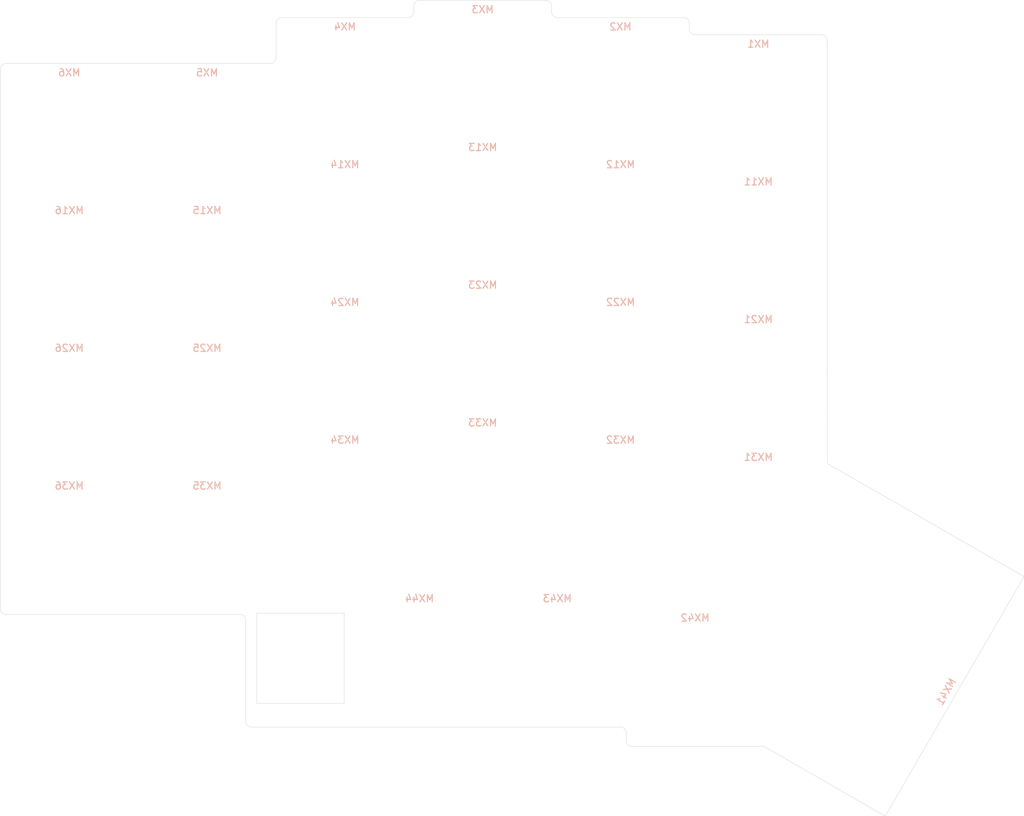
<source format=kicad_pcb>
(kicad_pcb (version 20171130) (host pcbnew "(5.1.9-0-10_14)")

  (general
    (thickness 1.6)
    (drawings 40)
    (tracks 0)
    (zones 0)
    (modules 33)
    (nets 1)
  )

  (page A4)
  (layers
    (0 F.Cu signal)
    (31 B.Cu signal)
    (32 B.Adhes user)
    (33 F.Adhes user)
    (34 B.Paste user)
    (35 F.Paste user)
    (36 B.SilkS user)
    (37 F.SilkS user)
    (38 B.Mask user)
    (39 F.Mask user)
    (40 Dwgs.User user)
    (41 Cmts.User user)
    (42 Eco1.User user)
    (43 Eco2.User user)
    (44 Edge.Cuts user)
    (45 Margin user)
    (46 B.CrtYd user)
    (47 F.CrtYd user)
    (48 B.Fab user)
    (49 F.Fab user)
  )

  (setup
    (last_trace_width 0.25)
    (trace_clearance 0.2)
    (zone_clearance 0.508)
    (zone_45_only no)
    (trace_min 0.2)
    (via_size 0.8)
    (via_drill 0.4)
    (via_min_size 0.4)
    (via_min_drill 0.3)
    (uvia_size 0.3)
    (uvia_drill 0.1)
    (uvias_allowed no)
    (uvia_min_size 0.2)
    (uvia_min_drill 0.1)
    (edge_width 0.05)
    (segment_width 0.2)
    (pcb_text_width 0.3)
    (pcb_text_size 1.5 1.5)
    (mod_edge_width 0.12)
    (mod_text_size 1 1)
    (mod_text_width 0.15)
    (pad_size 1.524 1.524)
    (pad_drill 0.762)
    (pad_to_mask_clearance 0)
    (aux_axis_origin 0 0)
    (grid_origin 221.45 102.39375)
    (visible_elements FFFFFF7F)
    (pcbplotparams
      (layerselection 0x011fc_ffffffff)
      (usegerberextensions false)
      (usegerberattributes true)
      (usegerberadvancedattributes true)
      (creategerberjobfile true)
      (excludeedgelayer true)
      (linewidth 0.100000)
      (plotframeref false)
      (viasonmask false)
      (mode 1)
      (useauxorigin false)
      (hpglpennumber 1)
      (hpglpenspeed 20)
      (hpglpendiameter 15.000000)
      (psnegative false)
      (psa4output false)
      (plotreference true)
      (plotvalue true)
      (plotinvisibletext false)
      (padsonsilk false)
      (subtractmaskfromsilk false)
      (outputformat 1)
      (mirror false)
      (drillshape 0)
      (scaleselection 1)
      (outputdirectory "./wren-plain-top-gerbers"))
  )

  (net 0 "")

  (net_class Default "This is the default net class."
    (clearance 0.2)
    (trace_width 0.25)
    (via_dia 0.8)
    (via_drill 0.4)
    (uvia_dia 0.3)
    (uvia_drill 0.1)
  )

  (module footprints:MX-Alps_Switch_Cutout (layer F.Cu) (tedit 5971FE21) (tstamp 6072DEE1)
    (at 125.4125 36.5125)
    (path /60752EBC)
    (fp_text reference MX6 (at 0 3.175) (layer Dwgs.User)
      (effects (font (size 1 1) (thickness 0.15)))
    )
    (fp_text value MX-NoLED (at 0 -7.9375) (layer Dwgs.User)
      (effects (font (size 1 1) (thickness 0.15)))
    )
    (fp_text user %R (at 0 -8.255) (layer B.SilkS)
      (effects (font (size 1 1) (thickness 0.15)) (justify mirror))
    )
    (fp_text user %V (at 0 8.255) (layer B.Fab)
      (effects (font (size 1 1) (thickness 0.15)) (justify mirror))
    )
    (fp_line (start -9.5 -9.5) (end 9.5 -9.5) (layer Dwgs.User) (width 0.15))
    (fp_line (start -9.5 9.5) (end -9.5 -9.5) (layer Dwgs.User) (width 0.15))
    (fp_line (start 9.5 9.5) (end -9.5 9.5) (layer Dwgs.User) (width 0.15))
    (fp_line (start 9.5 -9.5) (end 9.5 9.5) (layer Dwgs.User) (width 0.15))
    (pad "" np_thru_hole oval (at 0 -7) (size 14 0.3) (drill oval 14 0.3) (layers *.Cu *.Mask))
    (pad "" np_thru_hole oval (at 0 7) (size 14 0.3) (drill oval 14 0.3) (layers *.Cu *.Mask))
    (pad "" np_thru_hole oval (at -7.8 0) (size 0.3 12.8) (drill oval 0.3 12.8) (layers *.Cu *.Mask))
    (pad "" np_thru_hole oval (at 7.8 0) (size 0.3 12.8) (drill oval 0.3 12.8) (layers *.Cu *.Mask))
    (pad "" np_thru_hole oval (at -6.85 6.625) (size 0.3 1.05) (drill oval 0.3 1.05) (layers *.Cu *.Mask))
    (pad "" np_thru_hole oval (at -7.325 6.25) (size 1.25 0.3) (drill oval 1.25 0.3) (layers *.Cu *.Mask))
    (pad "" np_thru_hole oval (at -7.325 -6.25) (size 1.25 0.3) (drill oval 1.25 0.3) (layers *.Cu *.Mask))
    (pad "" np_thru_hole oval (at -6.85 -6.625) (size 0.3 1.05) (drill oval 0.3 1.05) (layers *.Cu *.Mask))
    (pad "" np_thru_hole oval (at 6.85 -6.625) (size 0.3 1.05) (drill oval 0.3 1.05) (layers *.Cu *.Mask))
    (pad "" np_thru_hole oval (at 7.325 -6.25) (size 1.25 0.3) (drill oval 1.25 0.3) (layers *.Cu *.Mask))
    (pad "" np_thru_hole oval (at 7.325 6.25) (size 1.25 0.3) (drill oval 1.25 0.3) (layers *.Cu *.Mask))
    (pad "" np_thru_hole oval (at 6.85 6.625) (size 0.3 1.05) (drill oval 0.3 1.05) (layers *.Cu *.Mask))
  )

  (module footprints:MX-Alps_Switch_Cutout (layer F.Cu) (tedit 5971FE21) (tstamp 6072E1CF)
    (at 125.4125 93.6625)
    (path /607231E0)
    (fp_text reference MX36 (at 0 3.175) (layer Dwgs.User)
      (effects (font (size 1 1) (thickness 0.15)))
    )
    (fp_text value MX-NoLED (at 0 -7.9375) (layer Dwgs.User)
      (effects (font (size 1 1) (thickness 0.15)))
    )
    (fp_text user %R (at 0 -8.255) (layer B.SilkS)
      (effects (font (size 1 1) (thickness 0.15)) (justify mirror))
    )
    (fp_text user %V (at 0 8.255) (layer B.Fab)
      (effects (font (size 1 1) (thickness 0.15)) (justify mirror))
    )
    (fp_line (start -9.5 -9.5) (end 9.5 -9.5) (layer Dwgs.User) (width 0.15))
    (fp_line (start -9.5 9.5) (end -9.5 -9.5) (layer Dwgs.User) (width 0.15))
    (fp_line (start 9.5 9.5) (end -9.5 9.5) (layer Dwgs.User) (width 0.15))
    (fp_line (start 9.5 -9.5) (end 9.5 9.5) (layer Dwgs.User) (width 0.15))
    (pad "" np_thru_hole oval (at 0 -7) (size 14 0.3) (drill oval 14 0.3) (layers *.Cu *.Mask))
    (pad "" np_thru_hole oval (at 0 7) (size 14 0.3) (drill oval 14 0.3) (layers *.Cu *.Mask))
    (pad "" np_thru_hole oval (at -7.8 0) (size 0.3 12.8) (drill oval 0.3 12.8) (layers *.Cu *.Mask))
    (pad "" np_thru_hole oval (at 7.8 0) (size 0.3 12.8) (drill oval 0.3 12.8) (layers *.Cu *.Mask))
    (pad "" np_thru_hole oval (at -6.85 6.625) (size 0.3 1.05) (drill oval 0.3 1.05) (layers *.Cu *.Mask))
    (pad "" np_thru_hole oval (at -7.325 6.25) (size 1.25 0.3) (drill oval 1.25 0.3) (layers *.Cu *.Mask))
    (pad "" np_thru_hole oval (at -7.325 -6.25) (size 1.25 0.3) (drill oval 1.25 0.3) (layers *.Cu *.Mask))
    (pad "" np_thru_hole oval (at -6.85 -6.625) (size 0.3 1.05) (drill oval 0.3 1.05) (layers *.Cu *.Mask))
    (pad "" np_thru_hole oval (at 6.85 -6.625) (size 0.3 1.05) (drill oval 0.3 1.05) (layers *.Cu *.Mask))
    (pad "" np_thru_hole oval (at 7.325 -6.25) (size 1.25 0.3) (drill oval 1.25 0.3) (layers *.Cu *.Mask))
    (pad "" np_thru_hole oval (at 7.325 6.25) (size 1.25 0.3) (drill oval 1.25 0.3) (layers *.Cu *.Mask))
    (pad "" np_thru_hole oval (at 6.85 6.625) (size 0.3 1.05) (drill oval 0.3 1.05) (layers *.Cu *.Mask))
  )

  (module footprints:MX-Alps_Switch_Cutout (layer F.Cu) (tedit 5971FE21) (tstamp 6072DFC2)
    (at 144.4625 55.5625)
    (path /60759B22)
    (fp_text reference MX15 (at 0 3.175) (layer Dwgs.User)
      (effects (font (size 1 1) (thickness 0.15)))
    )
    (fp_text value MX-NoLED (at 0 -7.9375) (layer Dwgs.User)
      (effects (font (size 1 1) (thickness 0.15)))
    )
    (fp_text user %R (at 0 -8.255) (layer B.SilkS)
      (effects (font (size 1 1) (thickness 0.15)) (justify mirror))
    )
    (fp_text user %V (at 0 8.255) (layer B.Fab)
      (effects (font (size 1 1) (thickness 0.15)) (justify mirror))
    )
    (fp_line (start -9.5 -9.5) (end 9.5 -9.5) (layer Dwgs.User) (width 0.15))
    (fp_line (start -9.5 9.5) (end -9.5 -9.5) (layer Dwgs.User) (width 0.15))
    (fp_line (start 9.5 9.5) (end -9.5 9.5) (layer Dwgs.User) (width 0.15))
    (fp_line (start 9.5 -9.5) (end 9.5 9.5) (layer Dwgs.User) (width 0.15))
    (pad "" np_thru_hole oval (at 0 -7) (size 14 0.3) (drill oval 14 0.3) (layers *.Cu *.Mask))
    (pad "" np_thru_hole oval (at 0 7) (size 14 0.3) (drill oval 14 0.3) (layers *.Cu *.Mask))
    (pad "" np_thru_hole oval (at -7.8 0) (size 0.3 12.8) (drill oval 0.3 12.8) (layers *.Cu *.Mask))
    (pad "" np_thru_hole oval (at 7.8 0) (size 0.3 12.8) (drill oval 0.3 12.8) (layers *.Cu *.Mask))
    (pad "" np_thru_hole oval (at -6.85 6.625) (size 0.3 1.05) (drill oval 0.3 1.05) (layers *.Cu *.Mask))
    (pad "" np_thru_hole oval (at -7.325 6.25) (size 1.25 0.3) (drill oval 1.25 0.3) (layers *.Cu *.Mask))
    (pad "" np_thru_hole oval (at -7.325 -6.25) (size 1.25 0.3) (drill oval 1.25 0.3) (layers *.Cu *.Mask))
    (pad "" np_thru_hole oval (at -6.85 -6.625) (size 0.3 1.05) (drill oval 0.3 1.05) (layers *.Cu *.Mask))
    (pad "" np_thru_hole oval (at 6.85 -6.625) (size 0.3 1.05) (drill oval 0.3 1.05) (layers *.Cu *.Mask))
    (pad "" np_thru_hole oval (at 7.325 -6.25) (size 1.25 0.3) (drill oval 1.25 0.3) (layers *.Cu *.Mask))
    (pad "" np_thru_hole oval (at 7.325 6.25) (size 1.25 0.3) (drill oval 1.25 0.3) (layers *.Cu *.Mask))
    (pad "" np_thru_hole oval (at 6.85 6.625) (size 0.3 1.05) (drill oval 0.3 1.05) (layers *.Cu *.Mask))
  )

  (module footprints:MX-Alps_Switch_Cutout (layer F.Cu) (tedit 5971FE21) (tstamp 607E52C8)
    (at 173.825 109.25175)
    (path /6072C094)
    (fp_text reference MX44 (at 0 3.175) (layer Dwgs.User)
      (effects (font (size 1 1) (thickness 0.15)))
    )
    (fp_text value MX-NoLED (at 0 -7.9375) (layer Dwgs.User)
      (effects (font (size 1 1) (thickness 0.15)))
    )
    (fp_text user %R (at 0 -8.255) (layer B.SilkS)
      (effects (font (size 1 1) (thickness 0.15)) (justify mirror))
    )
    (fp_text user %V (at 0 8.255) (layer B.Fab)
      (effects (font (size 1 1) (thickness 0.15)) (justify mirror))
    )
    (fp_line (start -9.5 -9.5) (end 9.5 -9.5) (layer Dwgs.User) (width 0.15))
    (fp_line (start -9.5 9.5) (end -9.5 -9.5) (layer Dwgs.User) (width 0.15))
    (fp_line (start 9.5 9.5) (end -9.5 9.5) (layer Dwgs.User) (width 0.15))
    (fp_line (start 9.5 -9.5) (end 9.5 9.5) (layer Dwgs.User) (width 0.15))
    (pad "" np_thru_hole oval (at 0 -7) (size 14 0.3) (drill oval 14 0.3) (layers *.Cu *.Mask))
    (pad "" np_thru_hole oval (at 0 7) (size 14 0.3) (drill oval 14 0.3) (layers *.Cu *.Mask))
    (pad "" np_thru_hole oval (at -7.8 0) (size 0.3 12.8) (drill oval 0.3 12.8) (layers *.Cu *.Mask))
    (pad "" np_thru_hole oval (at 7.8 0) (size 0.3 12.8) (drill oval 0.3 12.8) (layers *.Cu *.Mask))
    (pad "" np_thru_hole oval (at -6.85 6.625) (size 0.3 1.05) (drill oval 0.3 1.05) (layers *.Cu *.Mask))
    (pad "" np_thru_hole oval (at -7.325 6.25) (size 1.25 0.3) (drill oval 1.25 0.3) (layers *.Cu *.Mask))
    (pad "" np_thru_hole oval (at -7.325 -6.25) (size 1.25 0.3) (drill oval 1.25 0.3) (layers *.Cu *.Mask))
    (pad "" np_thru_hole oval (at -6.85 -6.625) (size 0.3 1.05) (drill oval 0.3 1.05) (layers *.Cu *.Mask))
    (pad "" np_thru_hole oval (at 6.85 -6.625) (size 0.3 1.05) (drill oval 0.3 1.05) (layers *.Cu *.Mask))
    (pad "" np_thru_hole oval (at 7.325 -6.25) (size 1.25 0.3) (drill oval 1.25 0.3) (layers *.Cu *.Mask))
    (pad "" np_thru_hole oval (at 7.325 6.25) (size 1.25 0.3) (drill oval 1.25 0.3) (layers *.Cu *.Mask))
    (pad "" np_thru_hole oval (at 6.85 6.625) (size 0.3 1.05) (drill oval 0.3 1.05) (layers *.Cu *.Mask))
  )

  (module footprints:MX-Alps_Switch_Cutout (layer F.Cu) (tedit 5971FE21) (tstamp 6072E27E)
    (at 192.875 109.25175)
    (path /6072BC7D)
    (fp_text reference MX43 (at 0 3.175) (layer Dwgs.User)
      (effects (font (size 1 1) (thickness 0.15)))
    )
    (fp_text value MX-NoLED (at 0 -7.9375) (layer Dwgs.User)
      (effects (font (size 1 1) (thickness 0.15)))
    )
    (fp_text user %R (at 0 -8.255) (layer B.SilkS)
      (effects (font (size 1 1) (thickness 0.15)) (justify mirror))
    )
    (fp_text user %V (at 0 8.255) (layer B.Fab)
      (effects (font (size 1 1) (thickness 0.15)) (justify mirror))
    )
    (fp_line (start -9.5 -9.5) (end 9.5 -9.5) (layer Dwgs.User) (width 0.15))
    (fp_line (start -9.5 9.5) (end -9.5 -9.5) (layer Dwgs.User) (width 0.15))
    (fp_line (start 9.5 9.5) (end -9.5 9.5) (layer Dwgs.User) (width 0.15))
    (fp_line (start 9.5 -9.5) (end 9.5 9.5) (layer Dwgs.User) (width 0.15))
    (pad "" np_thru_hole oval (at 0 -7) (size 14 0.3) (drill oval 14 0.3) (layers *.Cu *.Mask))
    (pad "" np_thru_hole oval (at 0 7) (size 14 0.3) (drill oval 14 0.3) (layers *.Cu *.Mask))
    (pad "" np_thru_hole oval (at -7.8 0) (size 0.3 12.8) (drill oval 0.3 12.8) (layers *.Cu *.Mask))
    (pad "" np_thru_hole oval (at 7.8 0) (size 0.3 12.8) (drill oval 0.3 12.8) (layers *.Cu *.Mask))
    (pad "" np_thru_hole oval (at -6.85 6.625) (size 0.3 1.05) (drill oval 0.3 1.05) (layers *.Cu *.Mask))
    (pad "" np_thru_hole oval (at -7.325 6.25) (size 1.25 0.3) (drill oval 1.25 0.3) (layers *.Cu *.Mask))
    (pad "" np_thru_hole oval (at -7.325 -6.25) (size 1.25 0.3) (drill oval 1.25 0.3) (layers *.Cu *.Mask))
    (pad "" np_thru_hole oval (at -6.85 -6.625) (size 0.3 1.05) (drill oval 0.3 1.05) (layers *.Cu *.Mask))
    (pad "" np_thru_hole oval (at 6.85 -6.625) (size 0.3 1.05) (drill oval 0.3 1.05) (layers *.Cu *.Mask))
    (pad "" np_thru_hole oval (at 7.325 -6.25) (size 1.25 0.3) (drill oval 1.25 0.3) (layers *.Cu *.Mask))
    (pad "" np_thru_hole oval (at 7.325 6.25) (size 1.25 0.3) (drill oval 1.25 0.3) (layers *.Cu *.Mask))
    (pad "" np_thru_hole oval (at 6.85 6.625) (size 0.3 1.05) (drill oval 0.3 1.05) (layers *.Cu *.Mask))
  )

  (module footprints:MX-Alps_Switch_Cutout (layer F.Cu) (tedit 5971FE21) (tstamp 6072E265)
    (at 211.925 111.91875)
    (path /6072B58C)
    (fp_text reference MX42 (at 0 3.175) (layer Dwgs.User)
      (effects (font (size 1 1) (thickness 0.15)))
    )
    (fp_text value MX-NoLED (at 0 -7.9375) (layer Dwgs.User)
      (effects (font (size 1 1) (thickness 0.15)))
    )
    (fp_text user %R (at 0 -8.255) (layer B.SilkS)
      (effects (font (size 1 1) (thickness 0.15)) (justify mirror))
    )
    (fp_text user %V (at 0 8.255) (layer B.Fab)
      (effects (font (size 1 1) (thickness 0.15)) (justify mirror))
    )
    (fp_line (start -9.5 -9.5) (end 9.5 -9.5) (layer Dwgs.User) (width 0.15))
    (fp_line (start -9.5 9.5) (end -9.5 -9.5) (layer Dwgs.User) (width 0.15))
    (fp_line (start 9.5 9.5) (end -9.5 9.5) (layer Dwgs.User) (width 0.15))
    (fp_line (start 9.5 -9.5) (end 9.5 9.5) (layer Dwgs.User) (width 0.15))
    (pad "" np_thru_hole oval (at 0 -7) (size 14 0.3) (drill oval 14 0.3) (layers *.Cu *.Mask))
    (pad "" np_thru_hole oval (at 0 7) (size 14 0.3) (drill oval 14 0.3) (layers *.Cu *.Mask))
    (pad "" np_thru_hole oval (at -7.8 0) (size 0.3 12.8) (drill oval 0.3 12.8) (layers *.Cu *.Mask))
    (pad "" np_thru_hole oval (at 7.8 0) (size 0.3 12.8) (drill oval 0.3 12.8) (layers *.Cu *.Mask))
    (pad "" np_thru_hole oval (at -6.85 6.625) (size 0.3 1.05) (drill oval 0.3 1.05) (layers *.Cu *.Mask))
    (pad "" np_thru_hole oval (at -7.325 6.25) (size 1.25 0.3) (drill oval 1.25 0.3) (layers *.Cu *.Mask))
    (pad "" np_thru_hole oval (at -7.325 -6.25) (size 1.25 0.3) (drill oval 1.25 0.3) (layers *.Cu *.Mask))
    (pad "" np_thru_hole oval (at -6.85 -6.625) (size 0.3 1.05) (drill oval 0.3 1.05) (layers *.Cu *.Mask))
    (pad "" np_thru_hole oval (at 6.85 -6.625) (size 0.3 1.05) (drill oval 0.3 1.05) (layers *.Cu *.Mask))
    (pad "" np_thru_hole oval (at 7.325 -6.25) (size 1.25 0.3) (drill oval 1.25 0.3) (layers *.Cu *.Mask))
    (pad "" np_thru_hole oval (at 7.325 6.25) (size 1.25 0.3) (drill oval 1.25 0.3) (layers *.Cu *.Mask))
    (pad "" np_thru_hole oval (at 6.85 6.625) (size 0.3 1.05) (drill oval 0.3 1.05) (layers *.Cu *.Mask))
  )

  (module footprints:MX-Alps_Switch_Cutout (layer F.Cu) (tedit 5971FE21) (tstamp 6072E1B6)
    (at 144.4625 93.6625)
    (path /607229FF)
    (fp_text reference MX35 (at 0 3.175) (layer Dwgs.User)
      (effects (font (size 1 1) (thickness 0.15)))
    )
    (fp_text value MX-NoLED (at 0 -7.9375) (layer Dwgs.User)
      (effects (font (size 1 1) (thickness 0.15)))
    )
    (fp_text user %R (at 0 -8.255) (layer B.SilkS)
      (effects (font (size 1 1) (thickness 0.15)) (justify mirror))
    )
    (fp_text user %V (at 0 8.255) (layer B.Fab)
      (effects (font (size 1 1) (thickness 0.15)) (justify mirror))
    )
    (fp_line (start -9.5 -9.5) (end 9.5 -9.5) (layer Dwgs.User) (width 0.15))
    (fp_line (start -9.5 9.5) (end -9.5 -9.5) (layer Dwgs.User) (width 0.15))
    (fp_line (start 9.5 9.5) (end -9.5 9.5) (layer Dwgs.User) (width 0.15))
    (fp_line (start 9.5 -9.5) (end 9.5 9.5) (layer Dwgs.User) (width 0.15))
    (pad "" np_thru_hole oval (at 0 -7) (size 14 0.3) (drill oval 14 0.3) (layers *.Cu *.Mask))
    (pad "" np_thru_hole oval (at 0 7) (size 14 0.3) (drill oval 14 0.3) (layers *.Cu *.Mask))
    (pad "" np_thru_hole oval (at -7.8 0) (size 0.3 12.8) (drill oval 0.3 12.8) (layers *.Cu *.Mask))
    (pad "" np_thru_hole oval (at 7.8 0) (size 0.3 12.8) (drill oval 0.3 12.8) (layers *.Cu *.Mask))
    (pad "" np_thru_hole oval (at -6.85 6.625) (size 0.3 1.05) (drill oval 0.3 1.05) (layers *.Cu *.Mask))
    (pad "" np_thru_hole oval (at -7.325 6.25) (size 1.25 0.3) (drill oval 1.25 0.3) (layers *.Cu *.Mask))
    (pad "" np_thru_hole oval (at -7.325 -6.25) (size 1.25 0.3) (drill oval 1.25 0.3) (layers *.Cu *.Mask))
    (pad "" np_thru_hole oval (at -6.85 -6.625) (size 0.3 1.05) (drill oval 0.3 1.05) (layers *.Cu *.Mask))
    (pad "" np_thru_hole oval (at 6.85 -6.625) (size 0.3 1.05) (drill oval 0.3 1.05) (layers *.Cu *.Mask))
    (pad "" np_thru_hole oval (at 7.325 -6.25) (size 1.25 0.3) (drill oval 1.25 0.3) (layers *.Cu *.Mask))
    (pad "" np_thru_hole oval (at 7.325 6.25) (size 1.25 0.3) (drill oval 1.25 0.3) (layers *.Cu *.Mask))
    (pad "" np_thru_hole oval (at 6.85 6.625) (size 0.3 1.05) (drill oval 0.3 1.05) (layers *.Cu *.Mask))
  )

  (module footprints:MX-Alps_Switch_Cutout (layer F.Cu) (tedit 5971FE21) (tstamp 6072E19D)
    (at 163.5125 87.3125)
    (path /60722561)
    (fp_text reference MX34 (at 0 3.175) (layer Dwgs.User)
      (effects (font (size 1 1) (thickness 0.15)))
    )
    (fp_text value MX-NoLED (at 0 -7.9375) (layer Dwgs.User)
      (effects (font (size 1 1) (thickness 0.15)))
    )
    (fp_text user %R (at 0 -8.255) (layer B.SilkS)
      (effects (font (size 1 1) (thickness 0.15)) (justify mirror))
    )
    (fp_text user %V (at 0 8.255) (layer B.Fab)
      (effects (font (size 1 1) (thickness 0.15)) (justify mirror))
    )
    (fp_line (start -9.5 -9.5) (end 9.5 -9.5) (layer Dwgs.User) (width 0.15))
    (fp_line (start -9.5 9.5) (end -9.5 -9.5) (layer Dwgs.User) (width 0.15))
    (fp_line (start 9.5 9.5) (end -9.5 9.5) (layer Dwgs.User) (width 0.15))
    (fp_line (start 9.5 -9.5) (end 9.5 9.5) (layer Dwgs.User) (width 0.15))
    (pad "" np_thru_hole oval (at 0 -7) (size 14 0.3) (drill oval 14 0.3) (layers *.Cu *.Mask))
    (pad "" np_thru_hole oval (at 0 7) (size 14 0.3) (drill oval 14 0.3) (layers *.Cu *.Mask))
    (pad "" np_thru_hole oval (at -7.8 0) (size 0.3 12.8) (drill oval 0.3 12.8) (layers *.Cu *.Mask))
    (pad "" np_thru_hole oval (at 7.8 0) (size 0.3 12.8) (drill oval 0.3 12.8) (layers *.Cu *.Mask))
    (pad "" np_thru_hole oval (at -6.85 6.625) (size 0.3 1.05) (drill oval 0.3 1.05) (layers *.Cu *.Mask))
    (pad "" np_thru_hole oval (at -7.325 6.25) (size 1.25 0.3) (drill oval 1.25 0.3) (layers *.Cu *.Mask))
    (pad "" np_thru_hole oval (at -7.325 -6.25) (size 1.25 0.3) (drill oval 1.25 0.3) (layers *.Cu *.Mask))
    (pad "" np_thru_hole oval (at -6.85 -6.625) (size 0.3 1.05) (drill oval 0.3 1.05) (layers *.Cu *.Mask))
    (pad "" np_thru_hole oval (at 6.85 -6.625) (size 0.3 1.05) (drill oval 0.3 1.05) (layers *.Cu *.Mask))
    (pad "" np_thru_hole oval (at 7.325 -6.25) (size 1.25 0.3) (drill oval 1.25 0.3) (layers *.Cu *.Mask))
    (pad "" np_thru_hole oval (at 7.325 6.25) (size 1.25 0.3) (drill oval 1.25 0.3) (layers *.Cu *.Mask))
    (pad "" np_thru_hole oval (at 6.85 6.625) (size 0.3 1.05) (drill oval 0.3 1.05) (layers *.Cu *.Mask))
  )

  (module footprints:MX-Alps_Switch_Cutout (layer F.Cu) (tedit 5971FE21) (tstamp 6072E184)
    (at 182.5625 84.93125)
    (path /607220D2)
    (fp_text reference MX33 (at 0 3.175) (layer Dwgs.User)
      (effects (font (size 1 1) (thickness 0.15)))
    )
    (fp_text value MX-NoLED (at 0 -7.9375) (layer Dwgs.User)
      (effects (font (size 1 1) (thickness 0.15)))
    )
    (fp_text user %R (at 0 -8.255) (layer B.SilkS)
      (effects (font (size 1 1) (thickness 0.15)) (justify mirror))
    )
    (fp_text user %V (at 0 8.255) (layer B.Fab)
      (effects (font (size 1 1) (thickness 0.15)) (justify mirror))
    )
    (fp_line (start -9.5 -9.5) (end 9.5 -9.5) (layer Dwgs.User) (width 0.15))
    (fp_line (start -9.5 9.5) (end -9.5 -9.5) (layer Dwgs.User) (width 0.15))
    (fp_line (start 9.5 9.5) (end -9.5 9.5) (layer Dwgs.User) (width 0.15))
    (fp_line (start 9.5 -9.5) (end 9.5 9.5) (layer Dwgs.User) (width 0.15))
    (pad "" np_thru_hole oval (at 0 -7) (size 14 0.3) (drill oval 14 0.3) (layers *.Cu *.Mask))
    (pad "" np_thru_hole oval (at 0 7) (size 14 0.3) (drill oval 14 0.3) (layers *.Cu *.Mask))
    (pad "" np_thru_hole oval (at -7.8 0) (size 0.3 12.8) (drill oval 0.3 12.8) (layers *.Cu *.Mask))
    (pad "" np_thru_hole oval (at 7.8 0) (size 0.3 12.8) (drill oval 0.3 12.8) (layers *.Cu *.Mask))
    (pad "" np_thru_hole oval (at -6.85 6.625) (size 0.3 1.05) (drill oval 0.3 1.05) (layers *.Cu *.Mask))
    (pad "" np_thru_hole oval (at -7.325 6.25) (size 1.25 0.3) (drill oval 1.25 0.3) (layers *.Cu *.Mask))
    (pad "" np_thru_hole oval (at -7.325 -6.25) (size 1.25 0.3) (drill oval 1.25 0.3) (layers *.Cu *.Mask))
    (pad "" np_thru_hole oval (at -6.85 -6.625) (size 0.3 1.05) (drill oval 0.3 1.05) (layers *.Cu *.Mask))
    (pad "" np_thru_hole oval (at 6.85 -6.625) (size 0.3 1.05) (drill oval 0.3 1.05) (layers *.Cu *.Mask))
    (pad "" np_thru_hole oval (at 7.325 -6.25) (size 1.25 0.3) (drill oval 1.25 0.3) (layers *.Cu *.Mask))
    (pad "" np_thru_hole oval (at 7.325 6.25) (size 1.25 0.3) (drill oval 1.25 0.3) (layers *.Cu *.Mask))
    (pad "" np_thru_hole oval (at 6.85 6.625) (size 0.3 1.05) (drill oval 0.3 1.05) (layers *.Cu *.Mask))
  )

  (module footprints:MX-Alps_Switch_Cutout (layer F.Cu) (tedit 5971FE21) (tstamp 6072E16B)
    (at 201.6125 87.3125)
    (path /607218EC)
    (fp_text reference MX32 (at 0 3.175) (layer Dwgs.User)
      (effects (font (size 1 1) (thickness 0.15)))
    )
    (fp_text value MX-NoLED (at 0 -7.9375) (layer Dwgs.User)
      (effects (font (size 1 1) (thickness 0.15)))
    )
    (fp_text user %R (at 0 -8.255) (layer B.SilkS)
      (effects (font (size 1 1) (thickness 0.15)) (justify mirror))
    )
    (fp_text user %V (at 0 8.255) (layer B.Fab)
      (effects (font (size 1 1) (thickness 0.15)) (justify mirror))
    )
    (fp_line (start -9.5 -9.5) (end 9.5 -9.5) (layer Dwgs.User) (width 0.15))
    (fp_line (start -9.5 9.5) (end -9.5 -9.5) (layer Dwgs.User) (width 0.15))
    (fp_line (start 9.5 9.5) (end -9.5 9.5) (layer Dwgs.User) (width 0.15))
    (fp_line (start 9.5 -9.5) (end 9.5 9.5) (layer Dwgs.User) (width 0.15))
    (pad "" np_thru_hole oval (at 0 -7) (size 14 0.3) (drill oval 14 0.3) (layers *.Cu *.Mask))
    (pad "" np_thru_hole oval (at 0 7) (size 14 0.3) (drill oval 14 0.3) (layers *.Cu *.Mask))
    (pad "" np_thru_hole oval (at -7.8 0) (size 0.3 12.8) (drill oval 0.3 12.8) (layers *.Cu *.Mask))
    (pad "" np_thru_hole oval (at 7.8 0) (size 0.3 12.8) (drill oval 0.3 12.8) (layers *.Cu *.Mask))
    (pad "" np_thru_hole oval (at -6.85 6.625) (size 0.3 1.05) (drill oval 0.3 1.05) (layers *.Cu *.Mask))
    (pad "" np_thru_hole oval (at -7.325 6.25) (size 1.25 0.3) (drill oval 1.25 0.3) (layers *.Cu *.Mask))
    (pad "" np_thru_hole oval (at -7.325 -6.25) (size 1.25 0.3) (drill oval 1.25 0.3) (layers *.Cu *.Mask))
    (pad "" np_thru_hole oval (at -6.85 -6.625) (size 0.3 1.05) (drill oval 0.3 1.05) (layers *.Cu *.Mask))
    (pad "" np_thru_hole oval (at 6.85 -6.625) (size 0.3 1.05) (drill oval 0.3 1.05) (layers *.Cu *.Mask))
    (pad "" np_thru_hole oval (at 7.325 -6.25) (size 1.25 0.3) (drill oval 1.25 0.3) (layers *.Cu *.Mask))
    (pad "" np_thru_hole oval (at 7.325 6.25) (size 1.25 0.3) (drill oval 1.25 0.3) (layers *.Cu *.Mask))
    (pad "" np_thru_hole oval (at 6.85 6.625) (size 0.3 1.05) (drill oval 0.3 1.05) (layers *.Cu *.Mask))
  )

  (module footprints:MX-Alps_Switch_Cutout (layer F.Cu) (tedit 5971FE21) (tstamp 6072E152)
    (at 220.6625 89.69375)
    (path /60720CBF)
    (fp_text reference MX31 (at 0 3.175) (layer Dwgs.User)
      (effects (font (size 1 1) (thickness 0.15)))
    )
    (fp_text value MX-NoLED (at 0 -7.9375) (layer Dwgs.User)
      (effects (font (size 1 1) (thickness 0.15)))
    )
    (fp_text user %R (at 0 -8.255) (layer B.SilkS)
      (effects (font (size 1 1) (thickness 0.15)) (justify mirror))
    )
    (fp_text user %V (at 0 8.255) (layer B.Fab)
      (effects (font (size 1 1) (thickness 0.15)) (justify mirror))
    )
    (fp_line (start -9.5 -9.5) (end 9.5 -9.5) (layer Dwgs.User) (width 0.15))
    (fp_line (start -9.5 9.5) (end -9.5 -9.5) (layer Dwgs.User) (width 0.15))
    (fp_line (start 9.5 9.5) (end -9.5 9.5) (layer Dwgs.User) (width 0.15))
    (fp_line (start 9.5 -9.5) (end 9.5 9.5) (layer Dwgs.User) (width 0.15))
    (pad "" np_thru_hole oval (at 0 -7) (size 14 0.3) (drill oval 14 0.3) (layers *.Cu *.Mask))
    (pad "" np_thru_hole oval (at 0 7) (size 14 0.3) (drill oval 14 0.3) (layers *.Cu *.Mask))
    (pad "" np_thru_hole oval (at -7.8 0) (size 0.3 12.8) (drill oval 0.3 12.8) (layers *.Cu *.Mask))
    (pad "" np_thru_hole oval (at 7.8 0) (size 0.3 12.8) (drill oval 0.3 12.8) (layers *.Cu *.Mask))
    (pad "" np_thru_hole oval (at -6.85 6.625) (size 0.3 1.05) (drill oval 0.3 1.05) (layers *.Cu *.Mask))
    (pad "" np_thru_hole oval (at -7.325 6.25) (size 1.25 0.3) (drill oval 1.25 0.3) (layers *.Cu *.Mask))
    (pad "" np_thru_hole oval (at -7.325 -6.25) (size 1.25 0.3) (drill oval 1.25 0.3) (layers *.Cu *.Mask))
    (pad "" np_thru_hole oval (at -6.85 -6.625) (size 0.3 1.05) (drill oval 0.3 1.05) (layers *.Cu *.Mask))
    (pad "" np_thru_hole oval (at 6.85 -6.625) (size 0.3 1.05) (drill oval 0.3 1.05) (layers *.Cu *.Mask))
    (pad "" np_thru_hole oval (at 7.325 -6.25) (size 1.25 0.3) (drill oval 1.25 0.3) (layers *.Cu *.Mask))
    (pad "" np_thru_hole oval (at 7.325 6.25) (size 1.25 0.3) (drill oval 1.25 0.3) (layers *.Cu *.Mask))
    (pad "" np_thru_hole oval (at 6.85 6.625) (size 0.3 1.05) (drill oval 0.3 1.05) (layers *.Cu *.Mask))
  )

  (module footprints:MX-Alps_Switch_Cutout (layer F.Cu) (tedit 5971FE21) (tstamp 6072E0D5)
    (at 125.4125 74.6125)
    (path /607630FC)
    (fp_text reference MX26 (at 0 3.175) (layer Dwgs.User)
      (effects (font (size 1 1) (thickness 0.15)))
    )
    (fp_text value MX-NoLED (at 0 -7.9375) (layer Dwgs.User)
      (effects (font (size 1 1) (thickness 0.15)))
    )
    (fp_text user %R (at 0 -8.255) (layer B.SilkS)
      (effects (font (size 1 1) (thickness 0.15)) (justify mirror))
    )
    (fp_text user %V (at 0 8.255) (layer B.Fab)
      (effects (font (size 1 1) (thickness 0.15)) (justify mirror))
    )
    (fp_line (start -9.5 -9.5) (end 9.5 -9.5) (layer Dwgs.User) (width 0.15))
    (fp_line (start -9.5 9.5) (end -9.5 -9.5) (layer Dwgs.User) (width 0.15))
    (fp_line (start 9.5 9.5) (end -9.5 9.5) (layer Dwgs.User) (width 0.15))
    (fp_line (start 9.5 -9.5) (end 9.5 9.5) (layer Dwgs.User) (width 0.15))
    (pad "" np_thru_hole oval (at 0 -7) (size 14 0.3) (drill oval 14 0.3) (layers *.Cu *.Mask))
    (pad "" np_thru_hole oval (at 0 7) (size 14 0.3) (drill oval 14 0.3) (layers *.Cu *.Mask))
    (pad "" np_thru_hole oval (at -7.8 0) (size 0.3 12.8) (drill oval 0.3 12.8) (layers *.Cu *.Mask))
    (pad "" np_thru_hole oval (at 7.8 0) (size 0.3 12.8) (drill oval 0.3 12.8) (layers *.Cu *.Mask))
    (pad "" np_thru_hole oval (at -6.85 6.625) (size 0.3 1.05) (drill oval 0.3 1.05) (layers *.Cu *.Mask))
    (pad "" np_thru_hole oval (at -7.325 6.25) (size 1.25 0.3) (drill oval 1.25 0.3) (layers *.Cu *.Mask))
    (pad "" np_thru_hole oval (at -7.325 -6.25) (size 1.25 0.3) (drill oval 1.25 0.3) (layers *.Cu *.Mask))
    (pad "" np_thru_hole oval (at -6.85 -6.625) (size 0.3 1.05) (drill oval 0.3 1.05) (layers *.Cu *.Mask))
    (pad "" np_thru_hole oval (at 6.85 -6.625) (size 0.3 1.05) (drill oval 0.3 1.05) (layers *.Cu *.Mask))
    (pad "" np_thru_hole oval (at 7.325 -6.25) (size 1.25 0.3) (drill oval 1.25 0.3) (layers *.Cu *.Mask))
    (pad "" np_thru_hole oval (at 7.325 6.25) (size 1.25 0.3) (drill oval 1.25 0.3) (layers *.Cu *.Mask))
    (pad "" np_thru_hole oval (at 6.85 6.625) (size 0.3 1.05) (drill oval 0.3 1.05) (layers *.Cu *.Mask))
  )

  (module footprints:MX-Alps_Switch_Cutout (layer F.Cu) (tedit 5971FE21) (tstamp 6072E0BC)
    (at 144.4625 74.6125)
    (path /6076275E)
    (fp_text reference MX25 (at 0 3.175) (layer Dwgs.User)
      (effects (font (size 1 1) (thickness 0.15)))
    )
    (fp_text value MX-NoLED (at 0 -7.9375) (layer Dwgs.User)
      (effects (font (size 1 1) (thickness 0.15)))
    )
    (fp_text user %R (at 0 -8.255) (layer B.SilkS)
      (effects (font (size 1 1) (thickness 0.15)) (justify mirror))
    )
    (fp_text user %V (at 0 8.255) (layer B.Fab)
      (effects (font (size 1 1) (thickness 0.15)) (justify mirror))
    )
    (fp_line (start -9.5 -9.5) (end 9.5 -9.5) (layer Dwgs.User) (width 0.15))
    (fp_line (start -9.5 9.5) (end -9.5 -9.5) (layer Dwgs.User) (width 0.15))
    (fp_line (start 9.5 9.5) (end -9.5 9.5) (layer Dwgs.User) (width 0.15))
    (fp_line (start 9.5 -9.5) (end 9.5 9.5) (layer Dwgs.User) (width 0.15))
    (pad "" np_thru_hole oval (at 0 -7) (size 14 0.3) (drill oval 14 0.3) (layers *.Cu *.Mask))
    (pad "" np_thru_hole oval (at 0 7) (size 14 0.3) (drill oval 14 0.3) (layers *.Cu *.Mask))
    (pad "" np_thru_hole oval (at -7.8 0) (size 0.3 12.8) (drill oval 0.3 12.8) (layers *.Cu *.Mask))
    (pad "" np_thru_hole oval (at 7.8 0) (size 0.3 12.8) (drill oval 0.3 12.8) (layers *.Cu *.Mask))
    (pad "" np_thru_hole oval (at -6.85 6.625) (size 0.3 1.05) (drill oval 0.3 1.05) (layers *.Cu *.Mask))
    (pad "" np_thru_hole oval (at -7.325 6.25) (size 1.25 0.3) (drill oval 1.25 0.3) (layers *.Cu *.Mask))
    (pad "" np_thru_hole oval (at -7.325 -6.25) (size 1.25 0.3) (drill oval 1.25 0.3) (layers *.Cu *.Mask))
    (pad "" np_thru_hole oval (at -6.85 -6.625) (size 0.3 1.05) (drill oval 0.3 1.05) (layers *.Cu *.Mask))
    (pad "" np_thru_hole oval (at 6.85 -6.625) (size 0.3 1.05) (drill oval 0.3 1.05) (layers *.Cu *.Mask))
    (pad "" np_thru_hole oval (at 7.325 -6.25) (size 1.25 0.3) (drill oval 1.25 0.3) (layers *.Cu *.Mask))
    (pad "" np_thru_hole oval (at 7.325 6.25) (size 1.25 0.3) (drill oval 1.25 0.3) (layers *.Cu *.Mask))
    (pad "" np_thru_hole oval (at 6.85 6.625) (size 0.3 1.05) (drill oval 0.3 1.05) (layers *.Cu *.Mask))
  )

  (module footprints:MX-Alps_Switch_Cutout (layer F.Cu) (tedit 5971FE21) (tstamp 6072E0A3)
    (at 163.5125 68.2625)
    (path /60762009)
    (fp_text reference MX24 (at 0 3.175) (layer Dwgs.User)
      (effects (font (size 1 1) (thickness 0.15)))
    )
    (fp_text value MX-NoLED (at 0 -7.9375) (layer Dwgs.User)
      (effects (font (size 1 1) (thickness 0.15)))
    )
    (fp_text user %R (at 0 -8.255) (layer B.SilkS)
      (effects (font (size 1 1) (thickness 0.15)) (justify mirror))
    )
    (fp_text user %V (at 0 8.255) (layer B.Fab)
      (effects (font (size 1 1) (thickness 0.15)) (justify mirror))
    )
    (fp_line (start -9.5 -9.5) (end 9.5 -9.5) (layer Dwgs.User) (width 0.15))
    (fp_line (start -9.5 9.5) (end -9.5 -9.5) (layer Dwgs.User) (width 0.15))
    (fp_line (start 9.5 9.5) (end -9.5 9.5) (layer Dwgs.User) (width 0.15))
    (fp_line (start 9.5 -9.5) (end 9.5 9.5) (layer Dwgs.User) (width 0.15))
    (pad "" np_thru_hole oval (at 0 -7) (size 14 0.3) (drill oval 14 0.3) (layers *.Cu *.Mask))
    (pad "" np_thru_hole oval (at 0 7) (size 14 0.3) (drill oval 14 0.3) (layers *.Cu *.Mask))
    (pad "" np_thru_hole oval (at -7.8 0) (size 0.3 12.8) (drill oval 0.3 12.8) (layers *.Cu *.Mask))
    (pad "" np_thru_hole oval (at 7.8 0) (size 0.3 12.8) (drill oval 0.3 12.8) (layers *.Cu *.Mask))
    (pad "" np_thru_hole oval (at -6.85 6.625) (size 0.3 1.05) (drill oval 0.3 1.05) (layers *.Cu *.Mask))
    (pad "" np_thru_hole oval (at -7.325 6.25) (size 1.25 0.3) (drill oval 1.25 0.3) (layers *.Cu *.Mask))
    (pad "" np_thru_hole oval (at -7.325 -6.25) (size 1.25 0.3) (drill oval 1.25 0.3) (layers *.Cu *.Mask))
    (pad "" np_thru_hole oval (at -6.85 -6.625) (size 0.3 1.05) (drill oval 0.3 1.05) (layers *.Cu *.Mask))
    (pad "" np_thru_hole oval (at 6.85 -6.625) (size 0.3 1.05) (drill oval 0.3 1.05) (layers *.Cu *.Mask))
    (pad "" np_thru_hole oval (at 7.325 -6.25) (size 1.25 0.3) (drill oval 1.25 0.3) (layers *.Cu *.Mask))
    (pad "" np_thru_hole oval (at 7.325 6.25) (size 1.25 0.3) (drill oval 1.25 0.3) (layers *.Cu *.Mask))
    (pad "" np_thru_hole oval (at 6.85 6.625) (size 0.3 1.05) (drill oval 0.3 1.05) (layers *.Cu *.Mask))
  )

  (module footprints:MX-Alps_Switch_Cutout (layer F.Cu) (tedit 5971FE21) (tstamp 6072E08A)
    (at 182.5625 65.88125)
    (path /60761A58)
    (fp_text reference MX23 (at 0 3.175) (layer Dwgs.User)
      (effects (font (size 1 1) (thickness 0.15)))
    )
    (fp_text value MX-NoLED (at 0 -7.9375) (layer Dwgs.User)
      (effects (font (size 1 1) (thickness 0.15)))
    )
    (fp_text user %R (at 0 -8.255) (layer B.SilkS)
      (effects (font (size 1 1) (thickness 0.15)) (justify mirror))
    )
    (fp_text user %V (at 0 8.255) (layer B.Fab)
      (effects (font (size 1 1) (thickness 0.15)) (justify mirror))
    )
    (fp_line (start -9.5 -9.5) (end 9.5 -9.5) (layer Dwgs.User) (width 0.15))
    (fp_line (start -9.5 9.5) (end -9.5 -9.5) (layer Dwgs.User) (width 0.15))
    (fp_line (start 9.5 9.5) (end -9.5 9.5) (layer Dwgs.User) (width 0.15))
    (fp_line (start 9.5 -9.5) (end 9.5 9.5) (layer Dwgs.User) (width 0.15))
    (pad "" np_thru_hole oval (at 0 -7) (size 14 0.3) (drill oval 14 0.3) (layers *.Cu *.Mask))
    (pad "" np_thru_hole oval (at 0 7) (size 14 0.3) (drill oval 14 0.3) (layers *.Cu *.Mask))
    (pad "" np_thru_hole oval (at -7.8 0) (size 0.3 12.8) (drill oval 0.3 12.8) (layers *.Cu *.Mask))
    (pad "" np_thru_hole oval (at 7.8 0) (size 0.3 12.8) (drill oval 0.3 12.8) (layers *.Cu *.Mask))
    (pad "" np_thru_hole oval (at -6.85 6.625) (size 0.3 1.05) (drill oval 0.3 1.05) (layers *.Cu *.Mask))
    (pad "" np_thru_hole oval (at -7.325 6.25) (size 1.25 0.3) (drill oval 1.25 0.3) (layers *.Cu *.Mask))
    (pad "" np_thru_hole oval (at -7.325 -6.25) (size 1.25 0.3) (drill oval 1.25 0.3) (layers *.Cu *.Mask))
    (pad "" np_thru_hole oval (at -6.85 -6.625) (size 0.3 1.05) (drill oval 0.3 1.05) (layers *.Cu *.Mask))
    (pad "" np_thru_hole oval (at 6.85 -6.625) (size 0.3 1.05) (drill oval 0.3 1.05) (layers *.Cu *.Mask))
    (pad "" np_thru_hole oval (at 7.325 -6.25) (size 1.25 0.3) (drill oval 1.25 0.3) (layers *.Cu *.Mask))
    (pad "" np_thru_hole oval (at 7.325 6.25) (size 1.25 0.3) (drill oval 1.25 0.3) (layers *.Cu *.Mask))
    (pad "" np_thru_hole oval (at 6.85 6.625) (size 0.3 1.05) (drill oval 0.3 1.05) (layers *.Cu *.Mask))
  )

  (module footprints:MX-Alps_Switch_Cutout (layer F.Cu) (tedit 5971FE21) (tstamp 6072E071)
    (at 201.6125 68.2625)
    (path /60761222)
    (fp_text reference MX22 (at 0 3.175) (layer Dwgs.User)
      (effects (font (size 1 1) (thickness 0.15)))
    )
    (fp_text value MX-NoLED (at 0 -7.9375) (layer Dwgs.User)
      (effects (font (size 1 1) (thickness 0.15)))
    )
    (fp_text user %R (at 0 -8.255) (layer B.SilkS)
      (effects (font (size 1 1) (thickness 0.15)) (justify mirror))
    )
    (fp_text user %V (at 0 8.255) (layer B.Fab)
      (effects (font (size 1 1) (thickness 0.15)) (justify mirror))
    )
    (fp_line (start -9.5 -9.5) (end 9.5 -9.5) (layer Dwgs.User) (width 0.15))
    (fp_line (start -9.5 9.5) (end -9.5 -9.5) (layer Dwgs.User) (width 0.15))
    (fp_line (start 9.5 9.5) (end -9.5 9.5) (layer Dwgs.User) (width 0.15))
    (fp_line (start 9.5 -9.5) (end 9.5 9.5) (layer Dwgs.User) (width 0.15))
    (pad "" np_thru_hole oval (at 0 -7) (size 14 0.3) (drill oval 14 0.3) (layers *.Cu *.Mask))
    (pad "" np_thru_hole oval (at 0 7) (size 14 0.3) (drill oval 14 0.3) (layers *.Cu *.Mask))
    (pad "" np_thru_hole oval (at -7.8 0) (size 0.3 12.8) (drill oval 0.3 12.8) (layers *.Cu *.Mask))
    (pad "" np_thru_hole oval (at 7.8 0) (size 0.3 12.8) (drill oval 0.3 12.8) (layers *.Cu *.Mask))
    (pad "" np_thru_hole oval (at -6.85 6.625) (size 0.3 1.05) (drill oval 0.3 1.05) (layers *.Cu *.Mask))
    (pad "" np_thru_hole oval (at -7.325 6.25) (size 1.25 0.3) (drill oval 1.25 0.3) (layers *.Cu *.Mask))
    (pad "" np_thru_hole oval (at -7.325 -6.25) (size 1.25 0.3) (drill oval 1.25 0.3) (layers *.Cu *.Mask))
    (pad "" np_thru_hole oval (at -6.85 -6.625) (size 0.3 1.05) (drill oval 0.3 1.05) (layers *.Cu *.Mask))
    (pad "" np_thru_hole oval (at 6.85 -6.625) (size 0.3 1.05) (drill oval 0.3 1.05) (layers *.Cu *.Mask))
    (pad "" np_thru_hole oval (at 7.325 -6.25) (size 1.25 0.3) (drill oval 1.25 0.3) (layers *.Cu *.Mask))
    (pad "" np_thru_hole oval (at 7.325 6.25) (size 1.25 0.3) (drill oval 1.25 0.3) (layers *.Cu *.Mask))
    (pad "" np_thru_hole oval (at 6.85 6.625) (size 0.3 1.05) (drill oval 0.3 1.05) (layers *.Cu *.Mask))
  )

  (module footprints:MX-Alps_Switch_Cutout (layer F.Cu) (tedit 5971FE21) (tstamp 6072E058)
    (at 220.6625 70.64375)
    (path /607606EA)
    (fp_text reference MX21 (at 0 3.175) (layer Dwgs.User)
      (effects (font (size 1 1) (thickness 0.15)))
    )
    (fp_text value MX-NoLED (at 0 -7.9375) (layer Dwgs.User)
      (effects (font (size 1 1) (thickness 0.15)))
    )
    (fp_text user %R (at 0 -8.255) (layer B.SilkS)
      (effects (font (size 1 1) (thickness 0.15)) (justify mirror))
    )
    (fp_text user %V (at 0 8.255) (layer B.Fab)
      (effects (font (size 1 1) (thickness 0.15)) (justify mirror))
    )
    (fp_line (start -9.5 -9.5) (end 9.5 -9.5) (layer Dwgs.User) (width 0.15))
    (fp_line (start -9.5 9.5) (end -9.5 -9.5) (layer Dwgs.User) (width 0.15))
    (fp_line (start 9.5 9.5) (end -9.5 9.5) (layer Dwgs.User) (width 0.15))
    (fp_line (start 9.5 -9.5) (end 9.5 9.5) (layer Dwgs.User) (width 0.15))
    (pad "" np_thru_hole oval (at 0 -7) (size 14 0.3) (drill oval 14 0.3) (layers *.Cu *.Mask))
    (pad "" np_thru_hole oval (at 0 7) (size 14 0.3) (drill oval 14 0.3) (layers *.Cu *.Mask))
    (pad "" np_thru_hole oval (at -7.8 0) (size 0.3 12.8) (drill oval 0.3 12.8) (layers *.Cu *.Mask))
    (pad "" np_thru_hole oval (at 7.8 0) (size 0.3 12.8) (drill oval 0.3 12.8) (layers *.Cu *.Mask))
    (pad "" np_thru_hole oval (at -6.85 6.625) (size 0.3 1.05) (drill oval 0.3 1.05) (layers *.Cu *.Mask))
    (pad "" np_thru_hole oval (at -7.325 6.25) (size 1.25 0.3) (drill oval 1.25 0.3) (layers *.Cu *.Mask))
    (pad "" np_thru_hole oval (at -7.325 -6.25) (size 1.25 0.3) (drill oval 1.25 0.3) (layers *.Cu *.Mask))
    (pad "" np_thru_hole oval (at -6.85 -6.625) (size 0.3 1.05) (drill oval 0.3 1.05) (layers *.Cu *.Mask))
    (pad "" np_thru_hole oval (at 6.85 -6.625) (size 0.3 1.05) (drill oval 0.3 1.05) (layers *.Cu *.Mask))
    (pad "" np_thru_hole oval (at 7.325 -6.25) (size 1.25 0.3) (drill oval 1.25 0.3) (layers *.Cu *.Mask))
    (pad "" np_thru_hole oval (at 7.325 6.25) (size 1.25 0.3) (drill oval 1.25 0.3) (layers *.Cu *.Mask))
    (pad "" np_thru_hole oval (at 6.85 6.625) (size 0.3 1.05) (drill oval 0.3 1.05) (layers *.Cu *.Mask))
  )

  (module footprints:MX-Alps_Switch_Cutout (layer F.Cu) (tedit 5971FE21) (tstamp 6072DFDB)
    (at 125.4125 55.5625)
    (path /60759F5C)
    (fp_text reference MX16 (at 0 3.175) (layer Dwgs.User)
      (effects (font (size 1 1) (thickness 0.15)))
    )
    (fp_text value MX-NoLED (at 0 -7.9375) (layer Dwgs.User)
      (effects (font (size 1 1) (thickness 0.15)))
    )
    (fp_text user %R (at 0 -8.255) (layer B.SilkS)
      (effects (font (size 1 1) (thickness 0.15)) (justify mirror))
    )
    (fp_text user %V (at 0 8.255) (layer B.Fab)
      (effects (font (size 1 1) (thickness 0.15)) (justify mirror))
    )
    (fp_line (start -9.5 -9.5) (end 9.5 -9.5) (layer Dwgs.User) (width 0.15))
    (fp_line (start -9.5 9.5) (end -9.5 -9.5) (layer Dwgs.User) (width 0.15))
    (fp_line (start 9.5 9.5) (end -9.5 9.5) (layer Dwgs.User) (width 0.15))
    (fp_line (start 9.5 -9.5) (end 9.5 9.5) (layer Dwgs.User) (width 0.15))
    (pad "" np_thru_hole oval (at 0 -7) (size 14 0.3) (drill oval 14 0.3) (layers *.Cu *.Mask))
    (pad "" np_thru_hole oval (at 0 7) (size 14 0.3) (drill oval 14 0.3) (layers *.Cu *.Mask))
    (pad "" np_thru_hole oval (at -7.8 0) (size 0.3 12.8) (drill oval 0.3 12.8) (layers *.Cu *.Mask))
    (pad "" np_thru_hole oval (at 7.8 0) (size 0.3 12.8) (drill oval 0.3 12.8) (layers *.Cu *.Mask))
    (pad "" np_thru_hole oval (at -6.85 6.625) (size 0.3 1.05) (drill oval 0.3 1.05) (layers *.Cu *.Mask))
    (pad "" np_thru_hole oval (at -7.325 6.25) (size 1.25 0.3) (drill oval 1.25 0.3) (layers *.Cu *.Mask))
    (pad "" np_thru_hole oval (at -7.325 -6.25) (size 1.25 0.3) (drill oval 1.25 0.3) (layers *.Cu *.Mask))
    (pad "" np_thru_hole oval (at -6.85 -6.625) (size 0.3 1.05) (drill oval 0.3 1.05) (layers *.Cu *.Mask))
    (pad "" np_thru_hole oval (at 6.85 -6.625) (size 0.3 1.05) (drill oval 0.3 1.05) (layers *.Cu *.Mask))
    (pad "" np_thru_hole oval (at 7.325 -6.25) (size 1.25 0.3) (drill oval 1.25 0.3) (layers *.Cu *.Mask))
    (pad "" np_thru_hole oval (at 7.325 6.25) (size 1.25 0.3) (drill oval 1.25 0.3) (layers *.Cu *.Mask))
    (pad "" np_thru_hole oval (at 6.85 6.625) (size 0.3 1.05) (drill oval 0.3 1.05) (layers *.Cu *.Mask))
  )

  (module footprints:MX-Alps_Switch_Cutout (layer F.Cu) (tedit 5971FE21) (tstamp 6072DFA9)
    (at 163.5125 49.2125)
    (path /607593FA)
    (fp_text reference MX14 (at 0 3.175) (layer Dwgs.User)
      (effects (font (size 1 1) (thickness 0.15)))
    )
    (fp_text value MX-NoLED (at 0 -7.9375) (layer Dwgs.User)
      (effects (font (size 1 1) (thickness 0.15)))
    )
    (fp_text user %R (at 0 -8.255) (layer B.SilkS)
      (effects (font (size 1 1) (thickness 0.15)) (justify mirror))
    )
    (fp_text user %V (at 0 8.255) (layer B.Fab)
      (effects (font (size 1 1) (thickness 0.15)) (justify mirror))
    )
    (fp_line (start -9.5 -9.5) (end 9.5 -9.5) (layer Dwgs.User) (width 0.15))
    (fp_line (start -9.5 9.5) (end -9.5 -9.5) (layer Dwgs.User) (width 0.15))
    (fp_line (start 9.5 9.5) (end -9.5 9.5) (layer Dwgs.User) (width 0.15))
    (fp_line (start 9.5 -9.5) (end 9.5 9.5) (layer Dwgs.User) (width 0.15))
    (pad "" np_thru_hole oval (at 0 -7) (size 14 0.3) (drill oval 14 0.3) (layers *.Cu *.Mask))
    (pad "" np_thru_hole oval (at 0 7) (size 14 0.3) (drill oval 14 0.3) (layers *.Cu *.Mask))
    (pad "" np_thru_hole oval (at -7.8 0) (size 0.3 12.8) (drill oval 0.3 12.8) (layers *.Cu *.Mask))
    (pad "" np_thru_hole oval (at 7.8 0) (size 0.3 12.8) (drill oval 0.3 12.8) (layers *.Cu *.Mask))
    (pad "" np_thru_hole oval (at -6.85 6.625) (size 0.3 1.05) (drill oval 0.3 1.05) (layers *.Cu *.Mask))
    (pad "" np_thru_hole oval (at -7.325 6.25) (size 1.25 0.3) (drill oval 1.25 0.3) (layers *.Cu *.Mask))
    (pad "" np_thru_hole oval (at -7.325 -6.25) (size 1.25 0.3) (drill oval 1.25 0.3) (layers *.Cu *.Mask))
    (pad "" np_thru_hole oval (at -6.85 -6.625) (size 0.3 1.05) (drill oval 0.3 1.05) (layers *.Cu *.Mask))
    (pad "" np_thru_hole oval (at 6.85 -6.625) (size 0.3 1.05) (drill oval 0.3 1.05) (layers *.Cu *.Mask))
    (pad "" np_thru_hole oval (at 7.325 -6.25) (size 1.25 0.3) (drill oval 1.25 0.3) (layers *.Cu *.Mask))
    (pad "" np_thru_hole oval (at 7.325 6.25) (size 1.25 0.3) (drill oval 1.25 0.3) (layers *.Cu *.Mask))
    (pad "" np_thru_hole oval (at 6.85 6.625) (size 0.3 1.05) (drill oval 0.3 1.05) (layers *.Cu *.Mask))
  )

  (module footprints:MX-Alps_Switch_Cutout (layer F.Cu) (tedit 5971FE21) (tstamp 6072DF90)
    (at 182.5625 46.83125)
    (path /60758BB5)
    (fp_text reference MX13 (at 0 3.175) (layer Dwgs.User)
      (effects (font (size 1 1) (thickness 0.15)))
    )
    (fp_text value MX-NoLED (at 0 -7.9375) (layer Dwgs.User)
      (effects (font (size 1 1) (thickness 0.15)))
    )
    (fp_text user %R (at 0 -8.255) (layer B.SilkS)
      (effects (font (size 1 1) (thickness 0.15)) (justify mirror))
    )
    (fp_text user %V (at 0 8.255) (layer B.Fab)
      (effects (font (size 1 1) (thickness 0.15)) (justify mirror))
    )
    (fp_line (start -9.5 -9.5) (end 9.5 -9.5) (layer Dwgs.User) (width 0.15))
    (fp_line (start -9.5 9.5) (end -9.5 -9.5) (layer Dwgs.User) (width 0.15))
    (fp_line (start 9.5 9.5) (end -9.5 9.5) (layer Dwgs.User) (width 0.15))
    (fp_line (start 9.5 -9.5) (end 9.5 9.5) (layer Dwgs.User) (width 0.15))
    (pad "" np_thru_hole oval (at 0 -7) (size 14 0.3) (drill oval 14 0.3) (layers *.Cu *.Mask))
    (pad "" np_thru_hole oval (at 0 7) (size 14 0.3) (drill oval 14 0.3) (layers *.Cu *.Mask))
    (pad "" np_thru_hole oval (at -7.8 0) (size 0.3 12.8) (drill oval 0.3 12.8) (layers *.Cu *.Mask))
    (pad "" np_thru_hole oval (at 7.8 0) (size 0.3 12.8) (drill oval 0.3 12.8) (layers *.Cu *.Mask))
    (pad "" np_thru_hole oval (at -6.85 6.625) (size 0.3 1.05) (drill oval 0.3 1.05) (layers *.Cu *.Mask))
    (pad "" np_thru_hole oval (at -7.325 6.25) (size 1.25 0.3) (drill oval 1.25 0.3) (layers *.Cu *.Mask))
    (pad "" np_thru_hole oval (at -7.325 -6.25) (size 1.25 0.3) (drill oval 1.25 0.3) (layers *.Cu *.Mask))
    (pad "" np_thru_hole oval (at -6.85 -6.625) (size 0.3 1.05) (drill oval 0.3 1.05) (layers *.Cu *.Mask))
    (pad "" np_thru_hole oval (at 6.85 -6.625) (size 0.3 1.05) (drill oval 0.3 1.05) (layers *.Cu *.Mask))
    (pad "" np_thru_hole oval (at 7.325 -6.25) (size 1.25 0.3) (drill oval 1.25 0.3) (layers *.Cu *.Mask))
    (pad "" np_thru_hole oval (at 7.325 6.25) (size 1.25 0.3) (drill oval 1.25 0.3) (layers *.Cu *.Mask))
    (pad "" np_thru_hole oval (at 6.85 6.625) (size 0.3 1.05) (drill oval 0.3 1.05) (layers *.Cu *.Mask))
  )

  (module footprints:MX-Alps_Switch_Cutout (layer F.Cu) (tedit 5971FE21) (tstamp 6072DF77)
    (at 201.6125 49.2125)
    (path /607582D5)
    (fp_text reference MX12 (at 0 3.175) (layer Dwgs.User)
      (effects (font (size 1 1) (thickness 0.15)))
    )
    (fp_text value MX-NoLED (at 0 -7.9375) (layer Dwgs.User)
      (effects (font (size 1 1) (thickness 0.15)))
    )
    (fp_text user %R (at 0 -8.255) (layer B.SilkS)
      (effects (font (size 1 1) (thickness 0.15)) (justify mirror))
    )
    (fp_text user %V (at 0 8.255) (layer B.Fab)
      (effects (font (size 1 1) (thickness 0.15)) (justify mirror))
    )
    (fp_line (start -9.5 -9.5) (end 9.5 -9.5) (layer Dwgs.User) (width 0.15))
    (fp_line (start -9.5 9.5) (end -9.5 -9.5) (layer Dwgs.User) (width 0.15))
    (fp_line (start 9.5 9.5) (end -9.5 9.5) (layer Dwgs.User) (width 0.15))
    (fp_line (start 9.5 -9.5) (end 9.5 9.5) (layer Dwgs.User) (width 0.15))
    (pad "" np_thru_hole oval (at 0 -7) (size 14 0.3) (drill oval 14 0.3) (layers *.Cu *.Mask))
    (pad "" np_thru_hole oval (at 0 7) (size 14 0.3) (drill oval 14 0.3) (layers *.Cu *.Mask))
    (pad "" np_thru_hole oval (at -7.8 0) (size 0.3 12.8) (drill oval 0.3 12.8) (layers *.Cu *.Mask))
    (pad "" np_thru_hole oval (at 7.8 0) (size 0.3 12.8) (drill oval 0.3 12.8) (layers *.Cu *.Mask))
    (pad "" np_thru_hole oval (at -6.85 6.625) (size 0.3 1.05) (drill oval 0.3 1.05) (layers *.Cu *.Mask))
    (pad "" np_thru_hole oval (at -7.325 6.25) (size 1.25 0.3) (drill oval 1.25 0.3) (layers *.Cu *.Mask))
    (pad "" np_thru_hole oval (at -7.325 -6.25) (size 1.25 0.3) (drill oval 1.25 0.3) (layers *.Cu *.Mask))
    (pad "" np_thru_hole oval (at -6.85 -6.625) (size 0.3 1.05) (drill oval 0.3 1.05) (layers *.Cu *.Mask))
    (pad "" np_thru_hole oval (at 6.85 -6.625) (size 0.3 1.05) (drill oval 0.3 1.05) (layers *.Cu *.Mask))
    (pad "" np_thru_hole oval (at 7.325 -6.25) (size 1.25 0.3) (drill oval 1.25 0.3) (layers *.Cu *.Mask))
    (pad "" np_thru_hole oval (at 7.325 6.25) (size 1.25 0.3) (drill oval 1.25 0.3) (layers *.Cu *.Mask))
    (pad "" np_thru_hole oval (at 6.85 6.625) (size 0.3 1.05) (drill oval 0.3 1.05) (layers *.Cu *.Mask))
  )

  (module footprints:MX-Alps_Switch_Cutout (layer F.Cu) (tedit 5971FE21) (tstamp 6072DF5E)
    (at 220.6625 51.59375)
    (path /60757491)
    (fp_text reference MX11 (at 0 3.175) (layer Dwgs.User)
      (effects (font (size 1 1) (thickness 0.15)))
    )
    (fp_text value MX-NoLED (at 0 -7.9375) (layer Dwgs.User)
      (effects (font (size 1 1) (thickness 0.15)))
    )
    (fp_text user %R (at 0 -8.255) (layer B.SilkS)
      (effects (font (size 1 1) (thickness 0.15)) (justify mirror))
    )
    (fp_text user %V (at 0 8.255) (layer B.Fab)
      (effects (font (size 1 1) (thickness 0.15)) (justify mirror))
    )
    (fp_line (start -9.5 -9.5) (end 9.5 -9.5) (layer Dwgs.User) (width 0.15))
    (fp_line (start -9.5 9.5) (end -9.5 -9.5) (layer Dwgs.User) (width 0.15))
    (fp_line (start 9.5 9.5) (end -9.5 9.5) (layer Dwgs.User) (width 0.15))
    (fp_line (start 9.5 -9.5) (end 9.5 9.5) (layer Dwgs.User) (width 0.15))
    (pad "" np_thru_hole oval (at 0 -7) (size 14 0.3) (drill oval 14 0.3) (layers *.Cu *.Mask))
    (pad "" np_thru_hole oval (at 0 7) (size 14 0.3) (drill oval 14 0.3) (layers *.Cu *.Mask))
    (pad "" np_thru_hole oval (at -7.8 0) (size 0.3 12.8) (drill oval 0.3 12.8) (layers *.Cu *.Mask))
    (pad "" np_thru_hole oval (at 7.8 0) (size 0.3 12.8) (drill oval 0.3 12.8) (layers *.Cu *.Mask))
    (pad "" np_thru_hole oval (at -6.85 6.625) (size 0.3 1.05) (drill oval 0.3 1.05) (layers *.Cu *.Mask))
    (pad "" np_thru_hole oval (at -7.325 6.25) (size 1.25 0.3) (drill oval 1.25 0.3) (layers *.Cu *.Mask))
    (pad "" np_thru_hole oval (at -7.325 -6.25) (size 1.25 0.3) (drill oval 1.25 0.3) (layers *.Cu *.Mask))
    (pad "" np_thru_hole oval (at -6.85 -6.625) (size 0.3 1.05) (drill oval 0.3 1.05) (layers *.Cu *.Mask))
    (pad "" np_thru_hole oval (at 6.85 -6.625) (size 0.3 1.05) (drill oval 0.3 1.05) (layers *.Cu *.Mask))
    (pad "" np_thru_hole oval (at 7.325 -6.25) (size 1.25 0.3) (drill oval 1.25 0.3) (layers *.Cu *.Mask))
    (pad "" np_thru_hole oval (at 7.325 6.25) (size 1.25 0.3) (drill oval 1.25 0.3) (layers *.Cu *.Mask))
    (pad "" np_thru_hole oval (at 6.85 6.625) (size 0.3 1.05) (drill oval 0.3 1.05) (layers *.Cu *.Mask))
  )

  (module footprints:MX-Alps_Switch_Cutout (layer F.Cu) (tedit 5971FE21) (tstamp 6072DEC8)
    (at 144.4625 36.5125)
    (path /60752956)
    (fp_text reference MX5 (at 0 3.175) (layer Dwgs.User)
      (effects (font (size 1 1) (thickness 0.15)))
    )
    (fp_text value MX-NoLED (at 0 -7.9375) (layer Dwgs.User)
      (effects (font (size 1 1) (thickness 0.15)))
    )
    (fp_text user %R (at 0 -8.255) (layer B.SilkS)
      (effects (font (size 1 1) (thickness 0.15)) (justify mirror))
    )
    (fp_text user %V (at 0 8.255) (layer B.Fab)
      (effects (font (size 1 1) (thickness 0.15)) (justify mirror))
    )
    (fp_line (start -9.5 -9.5) (end 9.5 -9.5) (layer Dwgs.User) (width 0.15))
    (fp_line (start -9.5 9.5) (end -9.5 -9.5) (layer Dwgs.User) (width 0.15))
    (fp_line (start 9.5 9.5) (end -9.5 9.5) (layer Dwgs.User) (width 0.15))
    (fp_line (start 9.5 -9.5) (end 9.5 9.5) (layer Dwgs.User) (width 0.15))
    (pad "" np_thru_hole oval (at 0 -7) (size 14 0.3) (drill oval 14 0.3) (layers *.Cu *.Mask))
    (pad "" np_thru_hole oval (at 0 7) (size 14 0.3) (drill oval 14 0.3) (layers *.Cu *.Mask))
    (pad "" np_thru_hole oval (at -7.8 0) (size 0.3 12.8) (drill oval 0.3 12.8) (layers *.Cu *.Mask))
    (pad "" np_thru_hole oval (at 7.8 0) (size 0.3 12.8) (drill oval 0.3 12.8) (layers *.Cu *.Mask))
    (pad "" np_thru_hole oval (at -6.85 6.625) (size 0.3 1.05) (drill oval 0.3 1.05) (layers *.Cu *.Mask))
    (pad "" np_thru_hole oval (at -7.325 6.25) (size 1.25 0.3) (drill oval 1.25 0.3) (layers *.Cu *.Mask))
    (pad "" np_thru_hole oval (at -7.325 -6.25) (size 1.25 0.3) (drill oval 1.25 0.3) (layers *.Cu *.Mask))
    (pad "" np_thru_hole oval (at -6.85 -6.625) (size 0.3 1.05) (drill oval 0.3 1.05) (layers *.Cu *.Mask))
    (pad "" np_thru_hole oval (at 6.85 -6.625) (size 0.3 1.05) (drill oval 0.3 1.05) (layers *.Cu *.Mask))
    (pad "" np_thru_hole oval (at 7.325 -6.25) (size 1.25 0.3) (drill oval 1.25 0.3) (layers *.Cu *.Mask))
    (pad "" np_thru_hole oval (at 7.325 6.25) (size 1.25 0.3) (drill oval 1.25 0.3) (layers *.Cu *.Mask))
    (pad "" np_thru_hole oval (at 6.85 6.625) (size 0.3 1.05) (drill oval 0.3 1.05) (layers *.Cu *.Mask))
  )

  (module footprints:MX-Alps_Switch_Cutout (layer F.Cu) (tedit 5971FE21) (tstamp 6072DEAF)
    (at 163.5125 30.1625)
    (path /607523CD)
    (fp_text reference MX4 (at 0 3.175) (layer Dwgs.User)
      (effects (font (size 1 1) (thickness 0.15)))
    )
    (fp_text value MX-NoLED (at 0 -7.9375) (layer Dwgs.User)
      (effects (font (size 1 1) (thickness 0.15)))
    )
    (fp_text user %R (at 0 -8.255) (layer B.SilkS)
      (effects (font (size 1 1) (thickness 0.15)) (justify mirror))
    )
    (fp_text user %V (at 0 8.255) (layer B.Fab)
      (effects (font (size 1 1) (thickness 0.15)) (justify mirror))
    )
    (fp_line (start -9.5 -9.5) (end 9.5 -9.5) (layer Dwgs.User) (width 0.15))
    (fp_line (start -9.5 9.5) (end -9.5 -9.5) (layer Dwgs.User) (width 0.15))
    (fp_line (start 9.5 9.5) (end -9.5 9.5) (layer Dwgs.User) (width 0.15))
    (fp_line (start 9.5 -9.5) (end 9.5 9.5) (layer Dwgs.User) (width 0.15))
    (pad "" np_thru_hole oval (at 0 -7) (size 14 0.3) (drill oval 14 0.3) (layers *.Cu *.Mask))
    (pad "" np_thru_hole oval (at 0 7) (size 14 0.3) (drill oval 14 0.3) (layers *.Cu *.Mask))
    (pad "" np_thru_hole oval (at -7.8 0) (size 0.3 12.8) (drill oval 0.3 12.8) (layers *.Cu *.Mask))
    (pad "" np_thru_hole oval (at 7.8 0) (size 0.3 12.8) (drill oval 0.3 12.8) (layers *.Cu *.Mask))
    (pad "" np_thru_hole oval (at -6.85 6.625) (size 0.3 1.05) (drill oval 0.3 1.05) (layers *.Cu *.Mask))
    (pad "" np_thru_hole oval (at -7.325 6.25) (size 1.25 0.3) (drill oval 1.25 0.3) (layers *.Cu *.Mask))
    (pad "" np_thru_hole oval (at -7.325 -6.25) (size 1.25 0.3) (drill oval 1.25 0.3) (layers *.Cu *.Mask))
    (pad "" np_thru_hole oval (at -6.85 -6.625) (size 0.3 1.05) (drill oval 0.3 1.05) (layers *.Cu *.Mask))
    (pad "" np_thru_hole oval (at 6.85 -6.625) (size 0.3 1.05) (drill oval 0.3 1.05) (layers *.Cu *.Mask))
    (pad "" np_thru_hole oval (at 7.325 -6.25) (size 1.25 0.3) (drill oval 1.25 0.3) (layers *.Cu *.Mask))
    (pad "" np_thru_hole oval (at 7.325 6.25) (size 1.25 0.3) (drill oval 1.25 0.3) (layers *.Cu *.Mask))
    (pad "" np_thru_hole oval (at 6.85 6.625) (size 0.3 1.05) (drill oval 0.3 1.05) (layers *.Cu *.Mask))
  )

  (module footprints:MX-Alps_Switch_Cutout (layer F.Cu) (tedit 5971FE21) (tstamp 6072DE96)
    (at 182.5625 27.78125)
    (path /6074D1A4)
    (fp_text reference MX3 (at 0 3.175) (layer Dwgs.User)
      (effects (font (size 1 1) (thickness 0.15)))
    )
    (fp_text value MX-NoLED (at 0 -7.9375) (layer Dwgs.User)
      (effects (font (size 1 1) (thickness 0.15)))
    )
    (fp_text user %R (at 0 -8.255) (layer B.SilkS)
      (effects (font (size 1 1) (thickness 0.15)) (justify mirror))
    )
    (fp_text user %V (at 0 8.255) (layer B.Fab)
      (effects (font (size 1 1) (thickness 0.15)) (justify mirror))
    )
    (fp_line (start -9.5 -9.5) (end 9.5 -9.5) (layer Dwgs.User) (width 0.15))
    (fp_line (start -9.5 9.5) (end -9.5 -9.5) (layer Dwgs.User) (width 0.15))
    (fp_line (start 9.5 9.5) (end -9.5 9.5) (layer Dwgs.User) (width 0.15))
    (fp_line (start 9.5 -9.5) (end 9.5 9.5) (layer Dwgs.User) (width 0.15))
    (pad "" np_thru_hole oval (at 0 -7) (size 14 0.3) (drill oval 14 0.3) (layers *.Cu *.Mask))
    (pad "" np_thru_hole oval (at 0 7) (size 14 0.3) (drill oval 14 0.3) (layers *.Cu *.Mask))
    (pad "" np_thru_hole oval (at -7.8 0) (size 0.3 12.8) (drill oval 0.3 12.8) (layers *.Cu *.Mask))
    (pad "" np_thru_hole oval (at 7.8 0) (size 0.3 12.8) (drill oval 0.3 12.8) (layers *.Cu *.Mask))
    (pad "" np_thru_hole oval (at -6.85 6.625) (size 0.3 1.05) (drill oval 0.3 1.05) (layers *.Cu *.Mask))
    (pad "" np_thru_hole oval (at -7.325 6.25) (size 1.25 0.3) (drill oval 1.25 0.3) (layers *.Cu *.Mask))
    (pad "" np_thru_hole oval (at -7.325 -6.25) (size 1.25 0.3) (drill oval 1.25 0.3) (layers *.Cu *.Mask))
    (pad "" np_thru_hole oval (at -6.85 -6.625) (size 0.3 1.05) (drill oval 0.3 1.05) (layers *.Cu *.Mask))
    (pad "" np_thru_hole oval (at 6.85 -6.625) (size 0.3 1.05) (drill oval 0.3 1.05) (layers *.Cu *.Mask))
    (pad "" np_thru_hole oval (at 7.325 -6.25) (size 1.25 0.3) (drill oval 1.25 0.3) (layers *.Cu *.Mask))
    (pad "" np_thru_hole oval (at 7.325 6.25) (size 1.25 0.3) (drill oval 1.25 0.3) (layers *.Cu *.Mask))
    (pad "" np_thru_hole oval (at 6.85 6.625) (size 0.3 1.05) (drill oval 0.3 1.05) (layers *.Cu *.Mask))
  )

  (module footprints:MX-Alps_Switch_Cutout (layer F.Cu) (tedit 5971FE21) (tstamp 6072DE7D)
    (at 201.6125 30.1625)
    (path /60742810)
    (fp_text reference MX2 (at 0 3.175) (layer Dwgs.User)
      (effects (font (size 1 1) (thickness 0.15)))
    )
    (fp_text value MX-NoLED (at 0 -7.9375) (layer Dwgs.User)
      (effects (font (size 1 1) (thickness 0.15)))
    )
    (fp_text user %R (at 0 -8.255) (layer B.SilkS)
      (effects (font (size 1 1) (thickness 0.15)) (justify mirror))
    )
    (fp_text user %V (at 0 8.255) (layer B.Fab)
      (effects (font (size 1 1) (thickness 0.15)) (justify mirror))
    )
    (fp_line (start -9.5 -9.5) (end 9.5 -9.5) (layer Dwgs.User) (width 0.15))
    (fp_line (start -9.5 9.5) (end -9.5 -9.5) (layer Dwgs.User) (width 0.15))
    (fp_line (start 9.5 9.5) (end -9.5 9.5) (layer Dwgs.User) (width 0.15))
    (fp_line (start 9.5 -9.5) (end 9.5 9.5) (layer Dwgs.User) (width 0.15))
    (pad "" np_thru_hole oval (at 0 -7) (size 14 0.3) (drill oval 14 0.3) (layers *.Cu *.Mask))
    (pad "" np_thru_hole oval (at 0 7) (size 14 0.3) (drill oval 14 0.3) (layers *.Cu *.Mask))
    (pad "" np_thru_hole oval (at -7.8 0) (size 0.3 12.8) (drill oval 0.3 12.8) (layers *.Cu *.Mask))
    (pad "" np_thru_hole oval (at 7.8 0) (size 0.3 12.8) (drill oval 0.3 12.8) (layers *.Cu *.Mask))
    (pad "" np_thru_hole oval (at -6.85 6.625) (size 0.3 1.05) (drill oval 0.3 1.05) (layers *.Cu *.Mask))
    (pad "" np_thru_hole oval (at -7.325 6.25) (size 1.25 0.3) (drill oval 1.25 0.3) (layers *.Cu *.Mask))
    (pad "" np_thru_hole oval (at -7.325 -6.25) (size 1.25 0.3) (drill oval 1.25 0.3) (layers *.Cu *.Mask))
    (pad "" np_thru_hole oval (at -6.85 -6.625) (size 0.3 1.05) (drill oval 0.3 1.05) (layers *.Cu *.Mask))
    (pad "" np_thru_hole oval (at 6.85 -6.625) (size 0.3 1.05) (drill oval 0.3 1.05) (layers *.Cu *.Mask))
    (pad "" np_thru_hole oval (at 7.325 -6.25) (size 1.25 0.3) (drill oval 1.25 0.3) (layers *.Cu *.Mask))
    (pad "" np_thru_hole oval (at 7.325 6.25) (size 1.25 0.3) (drill oval 1.25 0.3) (layers *.Cu *.Mask))
    (pad "" np_thru_hole oval (at 6.85 6.625) (size 0.3 1.05) (drill oval 0.3 1.05) (layers *.Cu *.Mask))
  )

  (module footprints:MX-Alps_Switch_Cutout (layer F.Cu) (tedit 5971FE21) (tstamp 6072DE64)
    (at 220.6625 32.54375)
    (path /6073AA94)
    (fp_text reference MX1 (at 0 3.175) (layer Dwgs.User)
      (effects (font (size 1 1) (thickness 0.15)))
    )
    (fp_text value MX-NoLED (at 0 -7.9375) (layer Dwgs.User)
      (effects (font (size 1 1) (thickness 0.15)))
    )
    (fp_text user %R (at 0 -8.255) (layer B.SilkS)
      (effects (font (size 1 1) (thickness 0.15)) (justify mirror))
    )
    (fp_text user %V (at 0 8.255) (layer B.Fab)
      (effects (font (size 1 1) (thickness 0.15)) (justify mirror))
    )
    (fp_line (start -9.5 -9.5) (end 9.5 -9.5) (layer Dwgs.User) (width 0.15))
    (fp_line (start -9.5 9.5) (end -9.5 -9.5) (layer Dwgs.User) (width 0.15))
    (fp_line (start 9.5 9.5) (end -9.5 9.5) (layer Dwgs.User) (width 0.15))
    (fp_line (start 9.5 -9.5) (end 9.5 9.5) (layer Dwgs.User) (width 0.15))
    (pad "" np_thru_hole oval (at 0 -7) (size 14 0.3) (drill oval 14 0.3) (layers *.Cu *.Mask))
    (pad "" np_thru_hole oval (at 0 7) (size 14 0.3) (drill oval 14 0.3) (layers *.Cu *.Mask))
    (pad "" np_thru_hole oval (at -7.8 0) (size 0.3 12.8) (drill oval 0.3 12.8) (layers *.Cu *.Mask))
    (pad "" np_thru_hole oval (at 7.8 0) (size 0.3 12.8) (drill oval 0.3 12.8) (layers *.Cu *.Mask))
    (pad "" np_thru_hole oval (at -6.85 6.625) (size 0.3 1.05) (drill oval 0.3 1.05) (layers *.Cu *.Mask))
    (pad "" np_thru_hole oval (at -7.325 6.25) (size 1.25 0.3) (drill oval 1.25 0.3) (layers *.Cu *.Mask))
    (pad "" np_thru_hole oval (at -7.325 -6.25) (size 1.25 0.3) (drill oval 1.25 0.3) (layers *.Cu *.Mask))
    (pad "" np_thru_hole oval (at -6.85 -6.625) (size 0.3 1.05) (drill oval 0.3 1.05) (layers *.Cu *.Mask))
    (pad "" np_thru_hole oval (at 6.85 -6.625) (size 0.3 1.05) (drill oval 0.3 1.05) (layers *.Cu *.Mask))
    (pad "" np_thru_hole oval (at 7.325 -6.25) (size 1.25 0.3) (drill oval 1.25 0.3) (layers *.Cu *.Mask))
    (pad "" np_thru_hole oval (at 7.325 6.25) (size 1.25 0.3) (drill oval 1.25 0.3) (layers *.Cu *.Mask))
    (pad "" np_thru_hole oval (at 6.85 6.625) (size 0.3 1.05) (drill oval 0.3 1.05) (layers *.Cu *.Mask))
  )

  (module footprints:MX-Alps_Switch_Cutout-1u_2u (layer F.Cu) (tedit 5971FF12) (tstamp 6072E24C)
    (at 239.484 109.75975 240)
    (path /6072AAD1)
    (fp_text reference MX41 (at 0 3.175 60) (layer Dwgs.User)
      (effects (font (size 1 1) (thickness 0.15)))
    )
    (fp_text value MX-NoLED (at 0 -7.9375 60) (layer Dwgs.User)
      (effects (font (size 1 1) (thickness 0.15)))
    )
    (fp_text user %R (at 0 -8.255 60) (layer B.SilkS)
      (effects (font (size 1 1) (thickness 0.15)) (justify mirror))
    )
    (fp_text user %V (at 0 8.255 60) (layer B.Fab)
      (effects (font (size 1 1) (thickness 0.15)) (justify mirror))
    )
    (fp_line (start -19.025 -9.5) (end -0.025 -9.5) (layer Dwgs.User) (width 0.15))
    (fp_line (start -19.025 9.5) (end -19.025 -9.5) (layer Dwgs.User) (width 0.15))
    (fp_line (start -0.025 9.5) (end -19.025 9.5) (layer Dwgs.User) (width 0.15))
    (fp_line (start -0.025 -9.5) (end -0.025 9.5) (layer Dwgs.User) (width 0.15))
    (fp_line (start 19.025 9.5) (end 0.025 9.5) (layer Dwgs.User) (width 0.15))
    (fp_line (start 0.025 -9.5) (end 19.025 -9.5) (layer Dwgs.User) (width 0.15))
    (fp_line (start 0.025 9.5) (end 0.025 -9.5) (layer Dwgs.User) (width 0.15))
    (fp_line (start 19.025 -9.5) (end 19.025 9.5) (layer Dwgs.User) (width 0.15))
    (pad "" np_thru_hole oval (at -10.5664 7.4652 240) (size 0.3048 1.2192) (drill oval 0.3048 1.2192) (layers *.Cu *.Mask))
    (pad "" np_thru_hole oval (at -13.3096 7.4652 240) (size 0.3048 1.2192) (drill oval 0.3048 1.2192) (layers *.Cu *.Mask))
    (pad "" np_thru_hole oval (at 10.5664 7.4652 240) (size 0.3048 1.2192) (drill oval 0.3048 1.2192) (layers *.Cu *.Mask))
    (pad "" np_thru_hole oval (at -16.375 6.625 240) (size 0.3 1.05) (drill oval 0.3 1.05) (layers *.Cu *.Mask))
    (pad "" np_thru_hole oval (at 11.938 7.9224 240) (size 3.048 0.3048) (drill oval 3.048 0.3048) (layers *.Cu *.Mask))
    (pad "" np_thru_hole oval (at -11.938 7.9224 240) (size 3.048 0.3048) (drill oval 3.048 0.3048) (layers *.Cu *.Mask))
    (pad "" np_thru_hole oval (at 0 -7 240) (size 33.05 0.3) (drill oval 33.05 0.3) (layers *.Cu *.Mask))
    (pad "" np_thru_hole oval (at 16.85 -6.25 240) (size 1.25 0.3) (drill oval 1.25 0.3) (layers *.Cu *.Mask))
    (pad "" np_thru_hole oval (at 16.85 6.25 240) (size 1.25 0.3) (drill oval 1.25 0.3) (layers *.Cu *.Mask))
    (pad "" np_thru_hole oval (at 16.375 6.625 240) (size 0.3 1.05) (drill oval 0.3 1.05) (layers *.Cu *.Mask))
    (pad "" np_thru_hole oval (at 16.375 -6.625 240) (size 0.3 1.05) (drill oval 0.3 1.05) (layers *.Cu *.Mask))
    (pad "" np_thru_hole oval (at 17.325 0 240) (size 0.3 12.8) (drill oval 0.3 12.8) (layers *.Cu *.Mask))
    (pad "" np_thru_hole oval (at 0 7 240) (size 33.05 0.3) (drill oval 33.05 0.3) (layers *.Cu *.Mask))
    (pad "" np_thru_hole oval (at -17.325 0 240) (size 0.3 12.8) (drill oval 0.3 12.8) (layers *.Cu *.Mask))
    (pad "" np_thru_hole oval (at 13.3096 7.4652 240) (size 0.3048 1.2192) (drill oval 0.3048 1.2192) (layers *.Cu *.Mask))
    (pad "" np_thru_hole oval (at -16.85 6.25 240) (size 1.25 0.3) (drill oval 1.25 0.3) (layers *.Cu *.Mask))
    (pad "" np_thru_hole oval (at -16.85 -6.25 240) (size 1.25 0.3) (drill oval 1.25 0.3) (layers *.Cu *.Mask))
    (pad "" np_thru_hole oval (at -16.375 -6.625 240) (size 0.3 1.05) (drill oval 0.3 1.05) (layers *.Cu *.Mask))
  )

  (module MountingHole:MountingHole_2.2mm_M2 (layer F.Cu) (tedit 56D1B4CB) (tstamp 607B269A)
    (at 134.9375 84.1375)
    (descr "Mounting Hole 2.2mm, no annular, M2")
    (tags "mounting hole 2.2mm no annular m2")
    (path /607DDEC1)
    (attr virtual)
    (fp_text reference H5 (at 0 -6.5) (layer F.SilkS) hide
      (effects (font (size 1 1) (thickness 0.15)))
    )
    (fp_text value MountingHole (at 0 6.5) (layer F.Fab)
      (effects (font (size 1 1) (thickness 0.15)))
    )
    (fp_circle (center 0 0) (end 2.45 0) (layer F.CrtYd) (width 0.05))
    (fp_circle (center 0 0) (end 2.2 0) (layer Cmts.User) (width 0.15))
    (fp_text user %R (at 0.3 0) (layer F.Fab)
      (effects (font (size 1 1) (thickness 0.15)))
    )
    (pad 1 np_thru_hole circle (at 0 0) (size 2.2 2.2) (drill 2.2) (layers *.Cu *.Mask))
  )

  (module MountingHole:MountingHole_2.2mm_M2 (layer F.Cu) (tedit 56D1B4CB) (tstamp 607B2692)
    (at 226.2125 106.3625)
    (descr "Mounting Hole 2.2mm, no annular, M2")
    (tags "mounting hole 2.2mm no annular m2")
    (path /607DED77)
    (attr virtual)
    (fp_text reference H4 (at 0 -6.5) (layer F.SilkS) hide
      (effects (font (size 1 1) (thickness 0.15)))
    )
    (fp_text value MountingHole (at 0 6.5) (layer F.Fab)
      (effects (font (size 1 1) (thickness 0.15)))
    )
    (fp_circle (center 0 0) (end 2.45 0) (layer F.CrtYd) (width 0.05))
    (fp_circle (center 0 0) (end 2.2 0) (layer Cmts.User) (width 0.15))
    (fp_text user %R (at 0.3 0) (layer F.Fab)
      (effects (font (size 1 1) (thickness 0.15)))
    )
    (pad 1 np_thru_hole circle (at 0 0) (size 2.2 2.2) (drill 2.2) (layers *.Cu *.Mask))
  )

  (module MountingHole:MountingHole_2.2mm_M2 (layer F.Cu) (tedit 56D1B4CB) (tstamp 607B268A)
    (at 211.1375 42.06875)
    (descr "Mounting Hole 2.2mm, no annular, M2")
    (tags "mounting hole 2.2mm no annular m2")
    (path /607DC9F0)
    (attr virtual)
    (fp_text reference H3 (at 0 -6.5) (layer F.SilkS) hide
      (effects (font (size 1 1) (thickness 0.15)))
    )
    (fp_text value MountingHole (at 0 6.5) (layer F.Fab)
      (effects (font (size 1 1) (thickness 0.15)))
    )
    (fp_circle (center 0 0) (end 2.45 0) (layer F.CrtYd) (width 0.05))
    (fp_circle (center 0 0) (end 2.2 0) (layer Cmts.User) (width 0.15))
    (fp_text user %R (at 0.3 0) (layer F.Fab)
      (effects (font (size 1 1) (thickness 0.15)))
    )
    (pad 1 np_thru_hole circle (at 0 0) (size 2.2 2.2) (drill 2.2) (layers *.Cu *.Mask))
  )

  (module MountingHole:MountingHole_2.2mm_M2 (layer F.Cu) (tedit 56D1B4CB) (tstamp 607B2682)
    (at 134.9375 46.0375)
    (descr "Mounting Hole 2.2mm, no annular, M2")
    (tags "mounting hole 2.2mm no annular m2")
    (path /607DE9D9)
    (attr virtual)
    (fp_text reference H2 (at 0 -6.5) (layer F.SilkS) hide
      (effects (font (size 1 1) (thickness 0.15)))
    )
    (fp_text value MountingHole (at 0 6.5) (layer F.Fab)
      (effects (font (size 1 1) (thickness 0.15)))
    )
    (fp_circle (center 0 0) (end 2.45 0) (layer F.CrtYd) (width 0.05))
    (fp_circle (center 0 0) (end 2.2 0) (layer Cmts.User) (width 0.15))
    (fp_text user %R (at 0.3 0) (layer F.Fab)
      (effects (font (size 1 1) (thickness 0.15)))
    )
    (pad 1 np_thru_hole circle (at 0 0) (size 2.2 2.2) (drill 2.2) (layers *.Cu *.Mask))
  )

  (module MountingHole:MountingHole_2.2mm_M2 (layer F.Cu) (tedit 56D1B4CB) (tstamp 607B99EA)
    (at 211.13125 80.16875)
    (descr "Mounting Hole 2.2mm, no annular, M2")
    (tags "mounting hole 2.2mm no annular m2")
    (path /607DE5EF)
    (attr virtual)
    (fp_text reference H1 (at 0 -6.5) (layer F.SilkS) hide
      (effects (font (size 1 1) (thickness 0.15)))
    )
    (fp_text value MountingHole (at 0 6.5) (layer F.Fab)
      (effects (font (size 1 1) (thickness 0.15)))
    )
    (fp_circle (center 0 0) (end 2.45 0) (layer F.CrtYd) (width 0.05))
    (fp_circle (center 0 0) (end 2.2 0) (layer Cmts.User) (width 0.15))
    (fp_text user %R (at 0.3 0) (layer F.Fab)
      (effects (font (size 1 1) (thickness 0.15)))
    )
    (pad 1 np_thru_hole circle (at 0 0) (size 2.2 2.2) (drill 2.2) (layers *.Cu *.Mask))
  )

  (gr_line (start 230.213 82.32775) (end 230.1785 24.60625) (layer Edge.Cuts) (width 0.05) (tstamp 6085EF4E))
  (gr_line (start 230.213 82.32775) (end 257.391 97.94875) (layer Edge.Cuts) (width 0.05) (tstamp 6085EF4D))
  (gr_line (start 238.214 131.09575) (end 257.391 97.94875) (layer Edge.Cuts) (width 0.05))
  (gr_line (start 151.346 103.02875) (end 151.346 115.47475) (layer Edge.Cuts) (width 0.05) (tstamp 6085EF36))
  (gr_line (start 163.411 103.02875) (end 151.346 103.02875) (layer Edge.Cuts) (width 0.05))
  (gr_line (start 163.411 115.47475) (end 163.411 103.02875) (layer Edge.Cuts) (width 0.05))
  (gr_line (start 151.346 115.47475) (end 163.411 115.47475) (layer Edge.Cuts) (width 0.05))
  (gr_line (start 115.88125 27.78125) (end 115.88125 102.39375) (layer Edge.Cuts) (width 0.05) (tstamp 60865731))
  (gr_line (start 116.675 26.9875) (end 153.209 26.9875) (layer Edge.Cuts) (width 0.05) (tstamp 60865730))
  (gr_line (start 116.67475 103.18725) (end 145.274 103.1875) (layer Edge.Cuts) (width 0.05) (tstamp 6086572C))
  (gr_line (start 149.0285 103.18775) (end 145.274 103.1875) (layer Edge.Cuts) (width 0.05) (tstamp 6084922F))
  (gr_line (start 149.822 117.98325) (end 149.822 103.98125) (layer Edge.Cuts) (width 0.05) (tstamp 6084922E))
  (gr_line (start 150.6155 118.77675) (end 201.6125 118.77675) (layer Edge.Cuts) (width 0.05) (tstamp 6084922D))
  (gr_line (start 202.406 119.57025) (end 202.406 120.65) (layer Edge.Cuts) (width 0.05) (tstamp 6084921D))
  (gr_arc (start 150.6155 117.98325) (end 149.822 117.98325) (angle -90) (layer Edge.Cuts) (width 0.05) (tstamp 60849216))
  (gr_line (start 221.45 121.44375) (end 238.214 131.09575) (layer Edge.Cuts) (width 0.05))
  (gr_line (start 203.1995 121.4435) (end 221.45 121.44375) (layer Edge.Cuts) (width 0.05))
  (gr_arc (start 203.1995 120.65) (end 202.406 120.65) (angle -90) (layer Edge.Cuts) (width 0.05))
  (gr_arc (start 201.6125 119.57025) (end 202.406 119.57025) (angle -90) (layer Edge.Cuts) (width 0.05))
  (gr_arc (start 149.0285 103.98125) (end 149.822 103.98125) (angle -90) (layer Edge.Cuts) (width 0.05))
  (gr_arc (start 116.67475 102.39375) (end 115.88125 102.39375) (angle -90) (layer Edge.Cuts) (width 0.05))
  (gr_arc (start 116.675 27.78125) (end 116.675 26.9875) (angle -90) (layer Edge.Cuts) (width 0.05))
  (gr_arc (start 153.209 26.19375) (end 153.209 26.9875) (angle -90) (layer Edge.Cuts) (width 0.05))
  (gr_line (start 154.00225 21.43125) (end 154.0025 26.19375) (layer Edge.Cuts) (width 0.05))
  (gr_arc (start 154.796 21.43125) (end 154.796 20.6375) (angle -90) (layer Edge.Cuts) (width 0.05))
  (gr_line (start 172.253 20.6375) (end 154.796 20.6375) (layer Edge.Cuts) (width 0.05))
  (gr_arc (start 172.253 19.84375) (end 172.253 20.6375) (angle -90) (layer Edge.Cuts) (width 0.05))
  (gr_line (start 173.04625 19.05) (end 173.0465 19.84375) (layer Edge.Cuts) (width 0.05))
  (gr_arc (start 173.84 19.05) (end 173.84 18.25625) (angle -90) (layer Edge.Cuts) (width 0.05))
  (gr_line (start 191.297 18.2565) (end 173.84 18.25625) (layer Edge.Cuts) (width 0.05))
  (gr_arc (start 191.297 19.05) (end 192.0905 19.05) (angle -90) (layer Edge.Cuts) (width 0.05))
  (gr_line (start 192.0905 19.84375) (end 192.0905 19.05) (layer Edge.Cuts) (width 0.05))
  (gr_arc (start 192.884 19.84375) (end 192.0905 19.84375) (angle -90) (layer Edge.Cuts) (width 0.05))
  (gr_line (start 210.341 20.63775) (end 192.884 20.6375) (layer Edge.Cuts) (width 0.05))
  (gr_arc (start 210.341 21.43125) (end 211.1345 21.43125) (angle -90) (layer Edge.Cuts) (width 0.05))
  (gr_line (start 211.1345 22.225) (end 211.1345 21.43125) (layer Edge.Cuts) (width 0.05))
  (gr_arc (start 211.928 22.225) (end 211.1345 22.225) (angle -90) (layer Edge.Cuts) (width 0.05))
  (gr_line (start 229.385 23.019) (end 211.928 23.01875) (layer Edge.Cuts) (width 0.05))
  (gr_line (start 230.1785 23.8125) (end 230.1785 24.60625) (layer Edge.Cuts) (width 0.05) (tstamp 607F7FF1))
  (gr_arc (start 229.385 23.8125) (end 230.1785 23.8125) (angle -90) (layer Edge.Cuts) (width 0.05))

)

</source>
